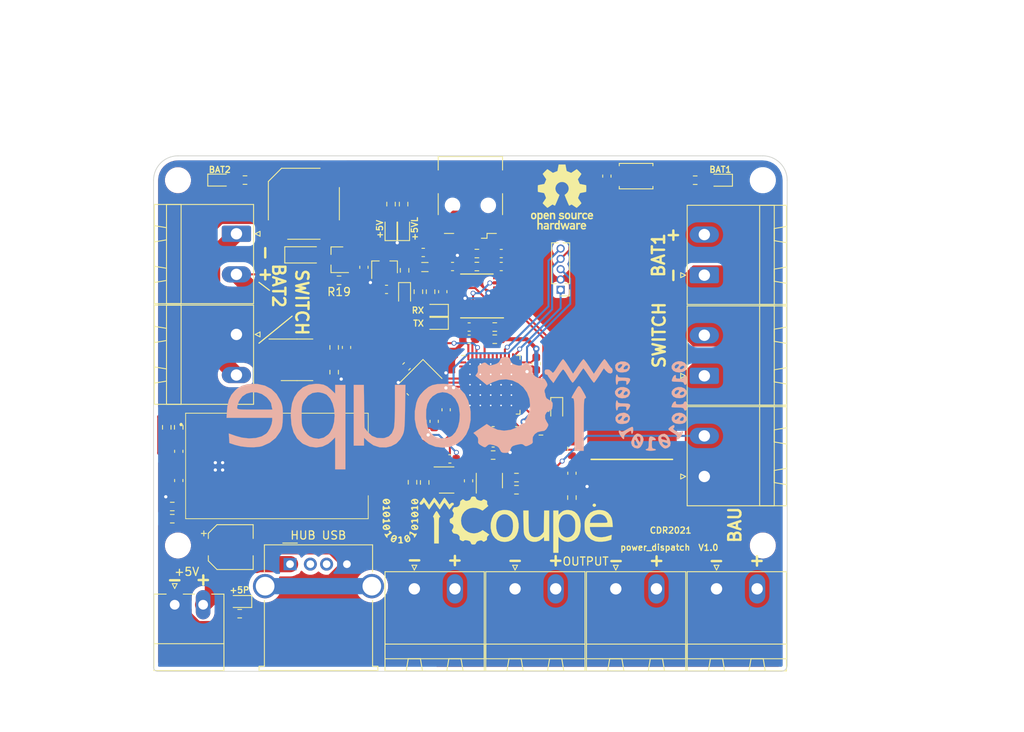
<source format=kicad_pcb>
(kicad_pcb (version 20171130) (host pcbnew 5.1.10-88a1d61d58~88~ubuntu18.04.1)
  (layers (0 F.Cu signal) (31 B.Cu signal) (34 B.Paste user) (35 F.Paste user) (36 B.SilkS user) (37 F.SilkS user) (38 B.Mask user) (39 F.Mask user) (44 Edge.Cuts user))
  (net 0 "")
  (net 1 +3V3)
  (net 2 NRST)
  (net 3 +3.3VA)
  (net 4 "Net-(D1-Pad2)")
  (net 5 "Net-(F1-Pad1)")
  (net 6 VIPOWER)
  (net 7 +12P)
  (net 8 +BATT)
  (net 9 VILOGIC)
  (net 10 +12V)
  (net 11 +12VA)
  (net 12 GNDBATT)
  (net 13 PWRCMD)
  (net 14 "Net-(R8-Pad2)")
  (net 15 BOOT0)
  (net 16 VVLOGIC)
  (net 17 VVPOWER)
  (net 18 SWO)
  (net 19 SWCLK)
  (net 20 SWDIO)
  (net 21 USB_D+)
  (net 22 USB_D-)
  (net 23 HSE_OUT)
  (net 24 HSE_IN)
  (net 25 +5VL)
  (net 26 "Net-(BZ1-Pad2)")
  (net 27 +5VP)
  (net 28 "Net-(D4-Pad1)")
  (net 29 /TRIM)
  (net 30 "Net-(Q1-Pad1)")
  (net 31 BUZZER)
  (net 32 "Net-(R17-Pad2)")
  (net 33 "Net-(D2-Pad2)")
  (net 34 "Net-(D7-Pad1)")
  (net 35 "Net-(D3-Pad1)")
  (net 36 "Net-(D4-Pad2)")
  (net 37 "Net-(IC1-Pad7)")
  (net 38 "Net-(IC1-Pad6)")
  (net 39 "Net-(IC1-Pad1)")
  (net 40 "Net-(J6-Pad6)")
  (net 41 "Net-(J6-Pad4)")
  (net 42 "Net-(R6-Pad2)")
  (net 43 "Net-(R10-Pad1)")
  (net 44 "Net-(J1-Pad1)")
  (net 45 GND)
  (net 46 "Net-(IC2-Pad3)")
  (net 47 "Net-(C8-Pad1)")
  (net 48 "Net-(J15-Pad5)")
  (net 49 "Net-(J15-Pad2)")
  (net 50 "Net-(J15-Pad3)")
  (net 51 "Net-(U2-Pad45)")
  (net 52 "Net-(U2-Pad43)")
  (net 53 "Net-(U2-Pad42)")
  (net 54 "Net-(U2-Pad41)")
  (net 55 "Net-(U2-Pad40)")
  (net 56 "Net-(U2-Pad38)")
  (net 57 "Net-(U2-Pad33)")
  (net 58 "Net-(U2-Pad32)")
  (net 59 "Net-(U2-Pad29)")
  (net 60 "Net-(U2-Pad28)")
  (net 61 "Net-(U2-Pad27)")
  (net 62 "Net-(U2-Pad21)")
  (net 63 "Net-(U2-Pad20)")
  (net 64 "Net-(U2-Pad19)")
  (net 65 "Net-(U2-Pad18)")
  (net 66 "Net-(U2-Pad17)")
  (net 67 "Net-(U2-Pad4)")
  (net 68 "Net-(U2-Pad3)")
  (net 69 "Net-(U2-Pad2)")
  (net 70 "Net-(U2-Pad1)")
  (net 71 +5V)
  (net 72 "Net-(C6-Pad1)")
  (net 73 "Net-(C23-Pad1)")
  (net 74 "Net-(C25-Pad1)")
  (net 75 UART_RX)
  (net 76 UART_TX)
  (net 77 "Net-(U3-Pad6)")
  (net 78 "Net-(U3-Pad2)")
  (net 79 "Net-(D5-Pad2)")
  (net 80 CBUS2)
  (net 81 "Net-(D6-Pad2)")
  (net 82 VCCIO)
  (net 83 CBUS1)
  (net 84 "Net-(U2-Pad12)")
  (net 85 "Net-(U2-Pad11)")
  (net 86 "Net-(U2-Pad10)")
  (net 87 "Net-(D9-Pad2)")
  (net 88 LED0)
  (net 89 "Net-(D10-Pad2)")
  (net 90 "Net-(U3-Pad15)")
  (net 91 "Net-(U3-Pad16)")
  (module Resistor_SMD:R_0603_1608Metric (layer F.Cu) (at 114.8316 81.3316 180)
    (fp_text reference R19 (at 0 -1.43) (layer F.SilkS))
    (fp_text value 470R)
    (pad 2 smd roundrect (at 0.825 0 180) (size 0.8 0.95) (layers F.Cu F.Paste F.Mask) (net 30 "Net-(Q1-Pad1)"))
    (pad 1 smd roundrect (at -0.825 0 180) (size 0.8 0.95) (layers F.Cu F.Paste F.Mask) (net 31 BUZZER))
  )
  (module Resistor_SMD:R_0603_1608Metric (layer F.Cu) (at 131.8 78.035)
    (fp_text reference R16 hide)
    (fp_text value 27R)
    (pad 2 smd roundrect (at 0.825 0) (size 0.8 0.95) (layers F.Cu F.Paste F.Mask) (net 74 "Net-(C25-Pad1)"))
    (pad 1 smd roundrect (at -0.825 0) (size 0.8 0.95) (layers F.Cu F.Paste F.Mask) (net 21 USB_D+))
  )
  (module Resistor_SMD:R_0603_1608Metric (layer F.Cu) (at 131.8 79.635 180)
    (fp_text reference R15 hide)
    (fp_text value 27R)
    (pad 2 smd roundrect (at 0.825 0 180) (size 0.8 0.95) (layers F.Cu F.Paste F.Mask) (net 73 "Net-(C23-Pad1)"))
    (pad 1 smd roundrect (at -0.825 0 180) (size 0.8 0.95) (layers F.Cu F.Paste F.Mask) (net 22 USB_D-))
  )
  (module UTCoupe:logo_UTCoupe_Big (layer B.Cu) (at 129.462 97.6384 180)
    (fp_text reference G*** hide)
    (fp_text value LOGO hide)
  )
  (module Resistor_SMD:R_0603_1608Metric (layer F.Cu) (at 139.6855 99.8736)
    (fp_text reference R21 hide)
    (fp_text value NC)
    (pad 2 smd roundrect (at 0.825 0) (size 0.8 0.95) (layers F.Cu F.Paste F.Mask) (net 13 PWRCMD))
    (pad 1 smd roundrect (at -0.825 0) (size 0.8 0.95) (layers F.Cu F.Paste F.Mask) (net 1 +3V3))
  )
  (module UTCoupe:IPB180N03S4L01 (layer F.Cu) (at 150.8742 97.9686)
    (fp_text reference IC2 hide)
    (fp_text value BTS500251TADATMA2 hide)
    (pad 7 smd rect (at 3.81 9.15) (size 0.8 4.6) (layers F.Cu F.Paste F.Mask) (net 7 +12P))
    (pad 6 smd rect (at 2.54 9.15) (size 0.8 4.6) (layers F.Cu F.Paste F.Mask) (net 7 +12P))
    (pad 5 smd rect (at 1.27 9.15) (size 0.8 4.6) (layers F.Cu F.Paste F.Mask) (net 7 +12P))
    (pad 4 smd rect (at 0 0 90) (size 9.4 10.8) (layers F.Cu F.Paste F.Mask) (net 8 +BATT))
    (pad 3 smd rect (at -1.27 9.15) (size 0.8 4.6) (layers F.Cu F.Paste F.Mask) (net 46 "Net-(IC2-Pad3)"))
    (pad 2 smd rect (at -2.54 9.15) (size 0.8 4.6) (layers F.Cu F.Paste F.Mask) (net 47 "Net-(C8-Pad1)"))
    (pad 1 smd rect (at -3.81 9.15) (size 0.8 4.6) (layers F.Cu F.Paste F.Mask) (net 45 GND))
  )
  (module UTCoupe:SRBH06H1A1G (layer F.Cu) (at 107.1862 104.2043 270)
    (fp_text reference IC1 hide)
    (fp_text value SRBH-06H1A1G hide)
    (pad 7 smd rect (at -5.08 -9.47 270) (size 1.65 2.79) (layers F.Cu F.Paste F.Mask) (net 37 "Net-(IC1-Pad7)"))
    (pad 6 smd rect (at 5.08 -9.47 270) (size 1.65 2.79) (layers F.Cu F.Paste F.Mask) (net 38 "Net-(IC1-Pad6)"))
    (pad 5 smd rect (at 5.08 9.46 270) (size 1.65 2.79) (layers F.Cu F.Paste F.Mask) (net 29 /TRIM))
    (pad 4 smd rect (at 2.54 9.46 270) (size 1.65 2.79) (layers F.Cu F.Paste F.Mask) (net 27 +5VP))
    (pad 3 smd rect (at 0 9.46 270) (size 1.65 2.79) (layers F.Cu F.Paste F.Mask) (net 45 GND))
    (pad 2 smd rect (at -2.54 9.46 270) (size 1.65 2.79) (layers F.Cu F.Paste F.Mask) (net 10 +12V))
    (pad 1 smd rect (at -5.08 9.46 270) (size 1.65 2.79) (layers F.Cu F.Paste F.Mask) (net 39 "Net-(IC1-Pad1)"))
  )
  (module Connector_PinHeader_1.27mm:PinHeader_1x05_P1.27mm_Vertical (layer F.Cu) (at 142.1112 82.5 180)
    (fp_text reference J7 hide)
    (fp_text value Conn_01x05)
    (pad 5 thru_hole oval (at 0 5.08 180) (size 1 1) (drill 0.65) (layers *.Cu *.Mask) (net 18 SWO))
    (pad 4 thru_hole oval (at 0 3.81 180) (size 1 1) (drill 0.65) (layers *.Cu *.Mask) (net 2 NRST))
    (pad 3 thru_hole oval (at 0 2.54 180) (size 1 1) (drill 0.65) (layers *.Cu *.Mask) (net 20 SWDIO))
    (pad 2 thru_hole oval (at 0 1.27 180) (size 1 1) (drill 0.65) (layers *.Cu *.Mask) (net 45 GND))
    (pad 1 thru_hole rect (at 0 0 180) (size 1 1) (drill 0.65) (layers *.Cu *.Mask) (net 19 SWCLK))
  )
  (module Capacitor_SMD:CP_Elec_5x5.4 (layer F.Cu) (at 101.5 114.2)
    (fp_text reference C2 hide)
    (fp_text value 100uF/10V)
    (pad 2 smd roundrect (at 2.2 0) (size 3 1.6) (layers F.Cu F.Paste F.Mask) (roundrect_rratio 0.15625) (net 45 GND))
    (pad 1 smd roundrect (at -2.2 0) (size 3 1.6) (layers F.Cu F.Paste F.Mask) (roundrect_rratio 0.15625) (net 27 +5VP))
  )
  (module UTCoupe:logo_UTCoupe_Medium (layer F.Cu) (at 134.288 111.4052)
    (fp_text reference G*** hide)
    (fp_text value LOGO hide)
  )
  (module Resistor_SMD:R_0603_1608Metric (layer F.Cu) (at 93.6226 99.4418 270)
    (fp_text reference R28 hide)
    (fp_text value 10K)
    (pad 2 smd roundrect (at 0.825 0 270) (size 0.8 0.95) (layers F.Cu F.Paste F.Mask) (net 45 GND))
    (pad 1 smd roundrect (at -0.825 0 270) (size 0.8 0.95) (layers F.Cu F.Paste F.Mask) (net 39 "Net-(IC1-Pad1)"))
  )
  (module Resistor_SMD:R_0603_1608Metric (layer F.Cu) (at 95.0958 99.4418 90)
    (fp_text reference R27 hide)
    (fp_text value 10K)
    (pad 2 smd roundrect (at 0.825 0 90) (size 0.8 0.95) (layers F.Cu F.Paste F.Mask) (net 39 "Net-(IC1-Pad1)"))
    (pad 1 smd roundrect (at -0.825 0 90) (size 0.8 0.95) (layers F.Cu F.Paste F.Mask) (net 10 +12V))
  )
  (module LED_SMD:LED_0603_1608Metric (layer F.Cu) (at 161.7746 69.0016 180)
    (fp_text reference D4 hide)
    (fp_text value red0603)
    (pad 2 smd roundrect (at 0.7875 0 180) (size 0.875 0.95) (layers F.Cu F.Paste F.Mask) (net 36 "Net-(D4-Pad2)"))
    (pad 1 smd roundrect (at -0.7875 0 180) (size 0.875 0.95) (layers F.Cu F.Paste F.Mask) (net 28 "Net-(D4-Pad1)"))
  )
  (module Resistor_SMD:R_0603_1608Metric (layer F.Cu) (at 140.13 97.2574 270)
    (fp_text reference R26 hide)
    (fp_text value 3K3)
    (pad 2 smd roundrect (at 0.825 0 270) (size 0.8 0.95) (layers F.Cu F.Paste F.Mask) (net 89 "Net-(D10-Pad2)"))
    (pad 1 smd roundrect (at -0.825 0 270) (size 0.8 0.95) (layers F.Cu F.Paste F.Mask) (net 88 LED0))
  )
  (module LED_SMD:LED_0603_1608Metric (layer F.Cu) (at 141.6286 97.2574 270)
    (fp_text reference D10 hide)
    (fp_text value green0603)
    (pad 2 smd roundrect (at 0.7875 0 270) (size 0.875 0.95) (layers F.Cu F.Paste F.Mask) (net 89 "Net-(D10-Pad2)"))
    (pad 1 smd roundrect (at -0.7875 0 270) (size 0.875 0.95) (layers F.Cu F.Paste F.Mask) (net 45 GND))
  )
  (module Resistor_SMD:R_0603_1608Metric (layer F.Cu) (at 121.2324 71.9458 270)
    (fp_text reference R24 hide)
    (fp_text value 3K3)
    (pad 2 smd roundrect (at 0.825 0 270) (size 0.8 0.95) (layers F.Cu F.Paste F.Mask) (net 87 "Net-(D9-Pad2)"))
    (pad 1 smd roundrect (at -0.825 0 270) (size 0.8 0.95) (layers F.Cu F.Paste F.Mask) (net 71 +5V))
  )
  (module LED_SMD:LED_0603_1608Metric (layer F.Cu) (at 121.2324 74.9562 90)
    (fp_text reference D9 hide)
    (fp_text value red0603)
    (pad 2 smd roundrect (at 0.7875 0 90) (size 0.875 0.95) (layers F.Cu F.Paste F.Mask) (net 87 "Net-(D9-Pad2)"))
    (pad 1 smd roundrect (at -0.7875 0 90) (size 0.875 0.95) (layers F.Cu F.Paste F.Mask) (net 45 GND))
  )
  (module Package_DFN_QFN:QFN-48-1EP_7x7mm_P0.5mm_EP5.6x5.6mm_ThermalVias (layer F.Cu) (at 133.5 94.2)
    (fp_text reference U2 hide)
    (fp_text value STM32F411CEUx)
    (pad 49 smd rect (at 0 0) (size 5.6 5.6) (layers B.Cu) (net 45 GND))
    (pad 49 thru_hole circle (at 2.55 2.55) (size 0.5 0.5) (drill 0.2) (layers *.Cu) (net 45 GND))
    (pad 49 thru_hole circle (at 1.275 2.55) (size 0.5 0.5) (drill 0.2) (layers *.Cu) (net 45 GND))
    (pad 49 thru_hole circle (at 0 2.55) (size 0.5 0.5) (drill 0.2) (layers *.Cu) (net 45 GND))
    (pad 49 thru_hole circle (at -1.275 2.55) (size 0.5 0.5) (drill 0.2) (layers *.Cu) (net 45 GND))
    (pad 49 thru_hole circle (at -2.55 2.55) (size 0.5 0.5) (drill 0.2) (layers *.Cu) (net 45 GND))
    (pad 49 thru_hole circle (at 2.55 1.275) (size 0.5 0.5) (drill 0.2) (layers *.Cu) (net 45 GND))
    (pad 49 thru_hole circle (at 1.275 1.275) (size 0.5 0.5) (drill 0.2) (layers *.Cu) (net 45 GND))
    (pad 49 thru_hole circle (at 0 1.275) (size 0.5 0.5) (drill 0.2) (layers *.Cu) (net 45 GND))
    (pad 49 thru_hole circle (at -1.275 1.275) (size 0.5 0.5) (drill 0.2) (layers *.Cu) (net 45 GND))
    (pad 49 thru_hole circle (at -2.55 1.275) (size 0.5 0.5) (drill 0.2) (layers *.Cu) (net 45 GND))
    (pad 49 thru_hole circle (at 2.55 0) (size 0.5 0.5) (drill 0.2) (layers *.Cu) (net 45 GND))
    (pad 49 thru_hole circle (at 1.275 0) (size 0.5 0.5) (drill 0.2) (layers *.Cu) (net 45 GND))
    (pad 49 thru_hole circle (at 0 0) (size 0.5 0.5) (drill 0.2) (layers *.Cu) (net 45 GND))
    (pad 49 thru_hole circle (at -1.275 0) (size 0.5 0.5) (drill 0.2) (layers *.Cu) (net 45 GND))
    (pad 49 thru_hole circle (at -2.55 0) (size 0.5 0.5) (drill 0.2) (layers *.Cu) (net 45 GND))
    (pad 49 thru_hole circle (at 2.55 -1.275) (size 0.5 0.5) (drill 0.2) (layers *.Cu) (net 45 GND))
    (pad 49 thru_hole circle (at 1.275 -1.275) (size 0.5 0.5) (drill 0.2) (layers *.Cu) (net 45 GND))
    (pad 49 thru_hole circle (at 0 -1.275) (size 0.5 0.5) (drill 0.2) (layers *.Cu) (net 45 GND))
    (pad 49 thru_hole circle (at -1.275 -1.275) (size 0.5 0.5) (drill 0.2) (layers *.Cu) (net 45 GND))
    (pad 49 thru_hole circle (at -2.55 -1.275) (size 0.5 0.5) (drill 0.2) (layers *.Cu) (net 45 GND))
    (pad 49 thru_hole circle (at 2.55 -2.55) (size 0.5 0.5) (drill 0.2) (layers *.Cu) (net 45 GND))
    (pad 49 thru_hole circle (at 1.275 -2.55) (size 0.5 0.5) (drill 0.2) (layers *.Cu) (net 45 GND))
    (pad 49 thru_hole circle (at 0 -2.55) (size 0.5 0.5) (drill 0.2) (layers *.Cu) (net 45 GND))
    (pad 49 thru_hole circle (at -1.275 -2.55) (size 0.5 0.5) (drill 0.2) (layers *.Cu) (net 45 GND))
    (pad 49 thru_hole circle (at -2.55 -2.55) (size 0.5 0.5) (drill 0.2) (layers *.Cu) (net 45 GND))
    (pad 49 smd rect (at 0 0) (size 5.6 5.6) (layers F.Cu F.Mask) (net 45 GND))
    (pad 48 smd roundrect (at -2.75 -3.4375) (size 0.25 0.875) (layers F.Cu F.Paste F.Mask) (net 1 +3V3))
    (pad 47 smd roundrect (at -2.25 -3.4375) (size 0.25 0.875) (layers F.Cu F.Paste F.Mask) (net 45 GND))
    (pad 46 smd roundrect (at -1.75 -3.4375) (size 0.25 0.875) (layers F.Cu F.Paste F.Mask) (net 31 BUZZER))
    (pad 45 smd roundrect (at -1.25 -3.4375) (size 0.25 0.875) (layers F.Cu F.Paste F.Mask) (net 51 "Net-(U2-Pad45)"))
    (pad 44 smd roundrect (at -0.75 -3.4375) (size 0.25 0.875) (layers F.Cu F.Paste F.Mask) (net 15 BOOT0))
    (pad 43 smd roundrect (at -0.25 -3.4375) (size 0.25 0.875) (layers F.Cu F.Paste F.Mask) (net 52 "Net-(U2-Pad43)"))
    (pad 42 smd roundrect (at 0.25 -3.4375) (size 0.25 0.875) (layers F.Cu F.Paste F.Mask) (net 53 "Net-(U2-Pad42)"))
    (pad 41 smd roundrect (at 0.75 -3.4375) (size 0.25 0.875) (layers F.Cu F.Paste F.Mask) (net 54 "Net-(U2-Pad41)"))
    (pad 40 smd roundrect (at 1.25 -3.4375) (size 0.25 0.875) (layers F.Cu F.Paste F.Mask) (net 55 "Net-(U2-Pad40)"))
    (pad 39 smd roundrect (at 1.75 -3.4375) (size 0.25 0.875) (layers F.Cu F.Paste F.Mask) (net 18 SWO))
    (pad 38 smd roundrect (at 2.25 -3.4375) (size 0.25 0.875) (layers F.Cu F.Paste F.Mask) (net 56 "Net-(U2-Pad38)"))
    (pad 37 smd roundrect (at 2.75 -3.4375) (size 0.25 0.875) (layers F.Cu F.Paste F.Mask) (net 19 SWCLK))
    (pad 36 smd roundrect (at 3.4375 -2.75) (size 0.875 0.25) (layers F.Cu F.Paste F.Mask) (net 1 +3V3))
    (pad 35 smd roundrect (at 3.4375 -2.25) (size 0.875 0.25) (layers F.Cu F.Paste F.Mask) (net 45 GND))
    (pad 34 smd roundrect (at 3.4375 -1.75) (size 0.875 0.25) (layers F.Cu F.Paste F.Mask) (net 20 SWDIO))
    (pad 33 smd roundrect (at 3.4375 -1.25) (size 0.875 0.25) (layers F.Cu F.Paste F.Mask) (net 57 "Net-(U2-Pad33)"))
    (pad 32 smd roundrect (at 3.4375 -0.75) (size 0.875 0.25) (layers F.Cu F.Paste F.Mask) (net 58 "Net-(U2-Pad32)"))
    (pad 31 smd roundrect (at 3.4375 -0.25) (size 0.875 0.25) (layers F.Cu F.Paste F.Mask) (net 75 UART_RX))
    (pad 30 smd roundrect (at 3.4375 0.25) (size 0.875 0.25) (layers F.Cu F.Paste F.Mask) (net 76 UART_TX))
    (pad 29 smd roundrect (at 3.4375 0.75) (size 0.875 0.25) (layers F.Cu F.Paste F.Mask) (net 59 "Net-(U2-Pad29)"))
    (pad 28 smd roundrect (at 3.4375 1.25) (size 0.875 0.25) (layers F.Cu F.Paste F.Mask) (net 60 "Net-(U2-Pad28)"))
    (pad 27 smd roundrect (at 3.4375 1.75) (size 0.875 0.25) (layers F.Cu F.Paste F.Mask) (net 61 "Net-(U2-Pad27)"))
    (pad 26 smd roundrect (at 3.4375 2.25) (size 0.875 0.25) (layers F.Cu F.Paste F.Mask) (net 88 LED0))
    (pad 25 smd roundrect (at 3.4375 2.75) (size 0.875 0.25) (layers F.Cu F.Paste F.Mask) (net 13 PWRCMD))
    (pad 24 smd roundrect (at 2.75 3.4375) (size 0.25 0.875) (layers F.Cu F.Paste F.Mask) (net 1 +3V3))
    (pad 23 smd roundrect (at 2.25 3.4375) (size 0.25 0.875) (layers F.Cu F.Paste F.Mask) (net 45 GND))
    (pad 22 smd roundrect (at 1.75 3.4375) (size 0.25 0.875) (layers F.Cu F.Paste F.Mask) (net 72 "Net-(C6-Pad1)"))
    (pad 21 smd roundrect (at 1.25 3.4375) (size 0.25 0.875) (layers F.Cu F.Paste F.Mask) (net 62 "Net-(U2-Pad21)"))
    (pad 20 smd roundrect (at 0.75 3.4375) (size 0.25 0.875) (layers F.Cu F.Paste F.Mask) (net 63 "Net-(U2-Pad20)"))
    (pad 19 smd roundrect (at 0.25 3.4375) (size 0.25 0.875) (layers F.Cu F.Paste F.Mask) (net 64 "Net-(U2-Pad19)"))
    (pad 18 smd roundrect (at -0.25 3.4375) (size 0.25 0.875) (layers F.Cu F.Paste F.Mask) (net 65 "Net-(U2-Pad18)"))
    (pad 17 smd roundrect (at -0.75 3.4375) (size 0.25 0.875) (layers F.Cu F.Paste F.Mask) (net 66 "Net-(U2-Pad17)"))
    (pad 16 smd roundrect (at -1.25 3.4375) (size 0.25 0.875) (layers F.Cu F.Paste F.Mask) (net 6 VIPOWER))
    (pad 15 smd roundrect (at -1.75 3.4375) (size 0.25 0.875) (layers F.Cu F.Paste F.Mask) (net 17 VVPOWER))
    (pad 14 smd roundrect (at -2.25 3.4375) (size 0.25 0.875) (layers F.Cu F.Paste F.Mask) (net 16 VVLOGIC))
    (pad 13 smd roundrect (at -2.75 3.4375) (size 0.25 0.875) (layers F.Cu F.Paste F.Mask) (net 9 VILOGIC))
    (pad 12 smd roundrect (at -3.4375 2.75) (size 0.875 0.25) (layers F.Cu F.Paste F.Mask) (net 84 "Net-(U2-Pad12)"))
    (pad 11 smd roundrect (at -3.4375 2.25) (size 0.875 0.25) (layers F.Cu F.Paste F.Mask) (net 85 "Net-(U2-Pad11)"))
    (pad 10 smd roundrect (at -3.4375 1.75) (size 0.875 0.25) (layers F.Cu F.Paste F.Mask) (net 86 "Net-(U2-Pad10)"))
    (pad 9 smd roundrect (at -3.4375 1.25) (size 0.875 0.25) (layers F.Cu F.Paste F.Mask) (net 3 +3.3VA))
    (pad 8 smd roundrect (at -3.4375 0.75) (size 0.875 0.25) (layers F.Cu F.Paste F.Mask) (net 45 GND))
    (pad 7 smd roundrect (at -3.4375 0.25) (size 0.875 0.25) (layers F.Cu F.Paste F.Mask) (net 2 NRST))
    (pad 6 smd roundrect (at -3.4375 -0.25) (size 0.875 0.25) (layers F.Cu F.Paste F.Mask) (net 23 HSE_OUT))
    (pad 5 smd roundrect (at -3.4375 -0.75) (size 0.875 0.25) (layers F.Cu F.Paste F.Mask) (net 24 HSE_IN))
    (pad 4 smd roundrect (at -3.4375 -1.25) (size 0.875 0.25) (layers F.Cu F.Paste F.Mask) (net 67 "Net-(U2-Pad4)"))
    (pad 3 smd roundrect (at -3.4375 -1.75) (size 0.875 0.25) (layers F.Cu F.Paste F.Mask) (net 68 "Net-(U2-Pad3)"))
    (pad 2 smd roundrect (at -3.4375 -2.25) (size 0.875 0.25) (layers F.Cu F.Paste F.Mask) (net 69 "Net-(U2-Pad2)"))
    (pad 1 smd roundrect (at -3.4375 -2.75) (size 0.875 0.25) (layers F.Cu F.Paste F.Mask) (net 70 "Net-(U2-Pad1)"))
  )
  (module Fuse:Fuse_0603_1608Metric (layer F.Cu) (at 125.1948 77.9026)
    (fp_text reference F1 hide)
    (fp_text value 100mA)
    (pad 2 smd roundrect (at 0.7875 0) (size 0.875 0.95) (layers F.Cu F.Paste F.Mask) (net 25 +5VL))
    (pad 1 smd roundrect (at -0.7875 0) (size 0.875 0.95) (layers F.Cu F.Paste F.Mask) (net 5 "Net-(F1-Pad1)"))
  )
  (module Inductor_SMD:L_0603_1608Metric (layer F.Cu) (at 125.0424 98.7306 270)
    (fp_text reference L1 hide)
    (fp_text value 39nH)
    (pad 1 smd roundrect (at -0.7875 0 270) (size 0.875 0.95) (layers F.Cu F.Paste F.Mask) (net 1 +3V3))
    (pad 2 smd roundrect (at 0.7875 0 270) (size 0.875 0.95) (layers F.Cu F.Paste F.Mask) (net 3 +3.3VA))
  )
  (module Symbol:OSHW-Logo_7.5x8mm_SilkScreen (layer F.Cu) (at 142.2763 71.07)
    (fp_text reference LOGO1 hide)
    (fp_text value Logo_Open_Hardware_Large hide)
  )
  (module Capacitor_SMD:C_0603_1608Metric (layer F.Cu) (at 128.0142 97.2828 270)
    (fp_text reference C17 hide)
    (fp_text value 100nF)
    (pad 2 smd roundrect (at 0.775 0 270) (size 0.9 0.95) (layers F.Cu F.Paste F.Mask) (net 3 +3.3VA))
    (pad 1 smd roundrect (at -0.775 0 270) (size 0.9 0.95) (layers F.Cu F.Paste F.Mask) (net 45 GND))
  )
  (module Capacitor_SMD:C_0603_1608Metric (layer F.Cu) (at 95.1 106 90)
    (fp_text reference C26 hide)
    (fp_text value 100nF)
    (pad 2 smd roundrect (at 0.775 0 90) (size 0.9 0.95) (layers F.Cu F.Paste F.Mask) (net 45 GND))
    (pad 1 smd roundrect (at -0.775 0 90) (size 0.9 0.95) (layers F.Cu F.Paste F.Mask) (net 27 +5VP))
  )
  (module Resistor_SMD:R_0603_1608Metric (layer F.Cu) (at 126.1 82.735 90)
    (fp_text reference R22 hide)
    (fp_text value 270R)
    (pad 1 smd roundrect (at -0.825 0 90) (size 0.8 0.95) (layers F.Cu F.Paste F.Mask) (net 79 "Net-(D5-Pad2)"))
    (pad 2 smd roundrect (at 0.825 0 90) (size 0.8 0.95) (layers F.Cu F.Paste F.Mask) (net 82 VCCIO))
  )
  (module Capacitor_SMD:C_0603_1608Metric (layer F.Cu) (at 134.8 79.635)
    (fp_text reference C25 hide)
    (fp_text value 47pF)
    (pad 1 smd roundrect (at -0.775 0) (size 0.9 0.95) (layers F.Cu F.Paste F.Mask) (net 74 "Net-(C25-Pad1)"))
    (pad 2 smd roundrect (at 0.775 0) (size 0.9 0.95) (layers F.Cu F.Paste F.Mask) (net 45 GND))
  )
  (module Resistor_SMD:R_0603_1608Metric (layer F.Cu) (at 124.6 82.735 90)
    (fp_text reference R23 hide)
    (fp_text value 270R)
    (pad 1 smd roundrect (at -0.825 0 90) (size 0.8 0.95) (layers F.Cu F.Paste F.Mask) (net 81 "Net-(D6-Pad2)"))
    (pad 2 smd roundrect (at 0.825 0 90) (size 0.8 0.95) (layers F.Cu F.Paste F.Mask) (net 82 VCCIO))
  )
  (module LED_SMD:LED_0603_1608Metric (layer F.Cu) (at 126.8 86.635 180)
    (fp_text reference D6 hide)
    (fp_text value blue0603)
    (pad 1 smd roundrect (at -0.7875 0 180) (size 0.875 0.95) (layers F.Cu F.Paste F.Mask) (net 80 CBUS2))
    (pad 2 smd roundrect (at 0.7875 0 180) (size 0.875 0.95) (layers F.Cu F.Paste F.Mask) (net 81 "Net-(D6-Pad2)"))
  )
  (module LED_SMD:LED_0603_1608Metric (layer F.Cu) (at 126.8 85.035 180)
    (fp_text reference D5 hide)
    (fp_text value blue0603)
    (pad 1 smd roundrect (at -0.7875 0 180) (size 0.875 0.95) (layers F.Cu F.Paste F.Mask) (net 83 CBUS1))
    (pad 2 smd roundrect (at 0.7875 0 180) (size 0.875 0.95) (layers F.Cu F.Paste F.Mask) (net 79 "Net-(D5-Pad2)"))
  )
  (module Package_SO:SSOP-16_3.9x4.9mm_P0.635mm (layer F.Cu) (at 131.8 83.235 180)
    (fp_text reference U3 hide)
    (fp_text value FT230XS)
    (pad 1 smd rect (at -2.6 -2.2225 180) (size 1.2 0.4) (layers F.Cu F.Paste F.Mask) (net 75 UART_RX))
    (pad 2 smd rect (at -2.6 -1.5875 180) (size 1.2 0.4) (layers F.Cu F.Paste F.Mask) (net 78 "Net-(U3-Pad2)"))
    (pad 3 smd rect (at -2.6 -0.9525 180) (size 1.2 0.4) (layers F.Cu F.Paste F.Mask) (net 82 VCCIO))
    (pad 4 smd rect (at -2.6 -0.3175 180) (size 1.2 0.4) (layers F.Cu F.Paste F.Mask) (net 76 UART_TX))
    (pad 5 smd rect (at -2.6 0.3175 180) (size 1.2 0.4) (layers F.Cu F.Paste F.Mask) (net 45 GND))
    (pad 6 smd rect (at -2.6 0.9525 180) (size 1.2 0.4) (layers F.Cu F.Paste F.Mask) (net 77 "Net-(U3-Pad6)"))
    (pad 7 smd rect (at -2.6 1.5875 180) (size 1.2 0.4) (layers F.Cu F.Paste F.Mask) (net 80 CBUS2))
    (pad 8 smd rect (at -2.6 2.2225 180) (size 1.2 0.4) (layers F.Cu F.Paste F.Mask) (net 74 "Net-(C25-Pad1)"))
    (pad 9 smd rect (at 2.6 2.2225 180) (size 1.2 0.4) (layers F.Cu F.Paste F.Mask) (net 73 "Net-(C23-Pad1)"))
    (pad 10 smd rect (at 2.6 1.5875 180) (size 1.2 0.4) (layers F.Cu F.Paste F.Mask) (net 82 VCCIO))
    (pad 11 smd rect (at 2.6 0.9525 180) (size 1.2 0.4) (layers F.Cu F.Paste F.Mask) (net 82 VCCIO))
    (pad 12 smd rect (at 2.6 0.3175 180) (size 1.2 0.4) (layers F.Cu F.Paste F.Mask) (net 71 +5V))
    (pad 13 smd rect (at 2.6 -0.3175 180) (size 1.2 0.4) (layers F.Cu F.Paste F.Mask) (net 45 GND))
    (pad 14 smd rect (at 2.6 -0.9525 180) (size 1.2 0.4) (layers F.Cu F.Paste F.Mask) (net 83 CBUS1))
    (pad 15 smd rect (at 2.6 -1.5875 180) (size 1.2 0.4) (layers F.Cu F.Paste F.Mask) (net 90 "Net-(U3-Pad15)"))
    (pad 16 smd rect (at 2.6 -2.2225 180) (size 1.2 0.4) (layers F.Cu F.Paste F.Mask) (net 91 "Net-(U3-Pad16)"))
  )
  (module Capacitor_SMD:C_0603_1608Metric (layer F.Cu) (at 128.8 79.635 180)
    (fp_text reference C23 hide)
    (fp_text value 47pF)
    (pad 1 smd roundrect (at -0.775 0 180) (size 0.9 0.95) (layers F.Cu F.Paste F.Mask) (net 73 "Net-(C23-Pad1)"))
    (pad 2 smd roundrect (at 0.775 0 180) (size 0.9 0.95) (layers F.Cu F.Paste F.Mask) (net 45 GND))
  )
  (module Capacitor_SMD:C_0603_1608Metric (layer F.Cu) (at 127.6 82.735 270)
    (fp_text reference C24 hide)
    (fp_text value 100nF)
    (pad 1 smd roundrect (at -0.775 0 270) (size 0.9 0.95) (layers F.Cu F.Paste F.Mask) (net 71 +5V))
    (pad 2 smd roundrect (at 0.775 0 270) (size 0.9 0.95) (layers F.Cu F.Paste F.Mask) (net 45 GND))
  )
  (module Capacitor_SMD:C_0603_1608Metric (layer F.Cu) (at 133.8 99.862 180)
    (fp_text reference C6 hide)
    (fp_text value 4u7)
    (pad 2 smd roundrect (at 0.775 0 180) (size 0.9 0.95) (layers F.Cu F.Paste F.Mask) (net 45 GND))
    (pad 1 smd roundrect (at -0.775 0 180) (size 0.9 0.95) (layers F.Cu F.Paste F.Mask) (net 72 "Net-(C6-Pad1)"))
  )
  (module Capacitor_SMD:C_0603_1608Metric (layer F.Cu) (at 130.8492 87.0904 180)
    (fp_text reference C12 hide)
    (fp_text value 4u7)
    (pad 2 smd roundrect (at 0.775 0 180) (size 0.9 0.95) (layers F.Cu F.Paste F.Mask) (net 1 +3V3))
    (pad 1 smd roundrect (at -0.775 0 180) (size 0.9 0.95) (layers F.Cu F.Paste F.Mask) (net 45 GND))
  )
  (module Button_Switch_SMD:SW_Push_SPST_NO_Alps_SKRK (layer F.Cu) (at 151.4 68.4968)
    (fp_text reference SW1 hide)
    (fp_text value SKRKAEE020)
    (pad 1 smd roundrect (at -2.1 0) (size 0.8 2) (layers F.Cu F.Paste F.Mask) (net 2 NRST))
    (pad 2 smd roundrect (at 2.1 0) (size 0.8 2) (layers F.Cu F.Paste F.Mask) (net 45 GND))
  )
  (module Capacitor_SMD:C_0603_1608Metric (layer F.Cu) (at 139.1096 91.6 90)
    (fp_text reference C22 hide)
    (fp_text value 100nF)
    (pad 2 smd roundrect (at 0.775 0 90) (size 0.9 0.95) (layers F.Cu F.Paste F.Mask) (net 1 +3V3))
    (pad 1 smd roundrect (at -0.775 0 90) (size 0.9 0.95) (layers F.Cu F.Paste F.Mask) (net 45 GND))
  )
  (module Connector_USB:USB_A_Molex_67643_Horizontal (layer F.Cu) (at 108.8 116.3)
    (fp_text reference J15 hide)
    (fp_text value USB_A)
    (pad 4 thru_hole circle (at 7 0) (size 1.6 1.6) (drill 0.95) (layers *.Cu *.Mask) (net 45 GND))
    (pad 3 thru_hole circle (at 4.5 0) (size 1.6 1.6) (drill 0.95) (layers *.Cu *.Mask) (net 50 "Net-(J15-Pad3)"))
    (pad 2 thru_hole circle (at 2.5 0) (size 1.6 1.6) (drill 0.95) (layers *.Cu *.Mask) (net 49 "Net-(J15-Pad2)"))
    (pad 1 thru_hole rect (at 0 0) (size 1.6 1.5) (drill 0.95) (layers *.Cu *.Mask) (net 27 +5VP))
    (pad 5 thru_hole circle (at 10.07 2.71) (size 3 3) (drill 2.3) (layers *.Cu *.Mask) (net 48 "Net-(J15-Pad5)"))
    (pad 5 thru_hole circle (at -3.07 2.71) (size 3 3) (drill 2.3) (layers *.Cu *.Mask) (net 48 "Net-(J15-Pad5)"))
  )
  (module Buzzer_Beeper:MagneticBuzzer_Kobitone_254-EMB84Q-RO (layer F.Cu) (at 110.5 71.9 90)
    (fp_text reference BZ1 hide)
    (fp_text value MLT-8530)
    (pad 1 smd rect (at -3.7 -3.7) (size 2.195 2.195) (layers F.Cu F.Paste F.Mask) (net 27 +5VP))
    (pad 2 smd rect (at -3.7 3.7) (size 2.195 2.195) (layers F.Cu F.Paste F.Mask) (net 26 "Net-(BZ1-Pad2)"))
    (pad 3 smd rect (at 3.7 3.7) (size 2.195 2.195) (layers F.Cu F.Paste F.Mask))
  )
  (module Diode_SMD:D_SOD-123 (layer F.Cu) (at 110.4 78.2)
    (fp_text reference D8 hide)
    (fp_text value 1N4148W)
    (pad 2 smd rect (at 1.65 0) (size 0.9 1.2) (layers F.Cu F.Paste F.Mask) (net 26 "Net-(BZ1-Pad2)"))
    (pad 1 smd rect (at -1.65 0) (size 0.9 1.2) (layers F.Cu F.Paste F.Mask) (net 27 +5VP))
  )
  (module Resistor_SMD:R_0603_1608Metric (layer F.Cu) (at 94.3 109.2)
    (fp_text reference R11 hide)
    (fp_text value 1K)
    (pad 2 smd roundrect (at 0.825 0) (size 0.8 0.95) (layers F.Cu F.Paste F.Mask) (net 43 "Net-(R10-Pad1)"))
    (pad 1 smd roundrect (at -0.825 0) (size 0.8 0.95) (layers F.Cu F.Paste F.Mask) (net 45 GND))
  )
  (module Connector_USB:USB_Mini-B_Wuerth_65100516121_Horizontal (layer F.Cu) (at 131 72.1 180)
    (fp_text reference J6 hide)
    (fp_text value USB_B_Mini)
    (pad "" np_thru_hole circle (at 2.2 0 180) (size 0.9 0.9) (drill 0.9) (layers *.Cu *.Mask))
    (pad "" np_thru_hole circle (at -2.2 0 180) (size 0.9 0.9) (drill 0.9) (layers *.Cu *.Mask))
    (pad 5 smd rect (at 1.6 -2.6 180) (size 0.5 2.5) (layers F.Cu F.Paste F.Mask) (net 45 GND))
    (pad 4 smd rect (at 0.8 -2.6 180) (size 0.5 2.5) (layers F.Cu F.Paste F.Mask) (net 41 "Net-(J6-Pad4)"))
    (pad 3 smd rect (at 0 -2.6 180) (size 0.5 2.5) (layers F.Cu F.Paste F.Mask) (net 21 USB_D+))
    (pad 2 smd rect (at -0.8 -2.6 180) (size 0.5 2.5) (layers F.Cu F.Paste F.Mask) (net 22 USB_D-))
    (pad 1 smd rect (at -1.6 -2.6 180) (size 0.5 2.5) (layers F.Cu F.Paste F.Mask) (net 25 +5VL))
    (pad 6 smd rect (at 4.4 -2.6 180) (size 2 2.5) (layers F.Cu F.Paste F.Mask) (net 40 "Net-(J6-Pad6)"))
    (pad 6 smd rect (at -4.4 -2.6 180) (size 2 2.5) (layers F.Cu F.Paste F.Mask) (net 40 "Net-(J6-Pad6)"))
    (pad 6 smd rect (at 4.4 2.9 180) (size 2 2.5) (layers F.Cu F.Paste F.Mask) (net 40 "Net-(J6-Pad6)"))
    (pad 6 smd rect (at -4.4 2.9 180) (size 2 2.5) (layers F.Cu F.Paste F.Mask) (net 40 "Net-(J6-Pad6)"))
  )
  (module Package_TO_SOT_SMD:SOT-23 (layer F.Cu) (at 114.6 78.8 180)
    (fp_text reference Q1 hide)
    (fp_text value 2N7002E)
    (pad 3 smd rect (at 1 0 180) (size 0.9 0.8) (layers F.Cu F.Paste F.Mask) (net 26 "Net-(BZ1-Pad2)"))
    (pad 2 smd rect (at -1 0.95 180) (size 0.9 0.8) (layers F.Cu F.Paste F.Mask) (net 45 GND))
    (pad 1 smd rect (at -1 -0.95 180) (size 0.9 0.8) (layers F.Cu F.Paste F.Mask) (net 30 "Net-(Q1-Pad1)"))
  )
  (module Resistor_SMD:R_0603_1608Metric (layer F.Cu) (at 122.9 80.1 90)
    (fp_text reference R14 hide)
    (fp_text value 3K3)
    (pad 2 smd roundrect (at 0.825 0 90) (size 0.8 0.95) (layers F.Cu F.Paste F.Mask) (net 45 GND))
    (pad 1 smd roundrect (at -0.825 0 90) (size 0.8 0.95) (layers F.Cu F.Paste F.Mask) (net 34 "Net-(D7-Pad1)"))
  )
  (module Capacitor_SMD:C_0603_1608Metric (layer F.Cu) (at 147.8 68.4968 270)
    (fp_text reference C15 hide)
    (fp_text value 100nF)
    (pad 2 smd roundrect (at 0.775 0 270) (size 0.9 0.95) (layers F.Cu F.Paste F.Mask) (net 45 GND))
    (pad 1 smd roundrect (at -0.775 0 270) (size 0.9 0.95) (layers F.Cu F.Paste F.Mask) (net 2 NRST))
  )
  (module Package_TO_SOT_SMD:SOT-23-5 (layer F.Cu) (at 128.0746 105.935)
    (fp_text reference U1 hide)
    (fp_text value MCP6L01x-xOT)
    (pad 5 smd rect (at 1.1 -0.95) (size 1.06 0.65) (layers F.Cu F.Paste F.Mask) (net 3 +3.3VA))
    (pad 4 smd rect (at 1.1 0.95) (size 1.06 0.65) (layers F.Cu F.Paste F.Mask) (net 16 VVLOGIC))
    (pad 3 smd rect (at -1.1 0.95) (size 1.06 0.65) (layers F.Cu F.Paste F.Mask) (net 42 "Net-(R6-Pad2)"))
    (pad 2 smd rect (at -1.1 0) (size 1.06 0.65) (layers F.Cu F.Paste F.Mask) (net 45 GND))
    (pad 1 smd rect (at -1.1 -0.95) (size 1.06 0.65) (layers F.Cu F.Paste F.Mask) (net 16 VVLOGIC))
  )
  (module Resistor_SMD:R_0603_1608Metric (layer F.Cu) (at 123.8746 106.21 270)
    (fp_text reference R6 hide)
    (fp_text value 10K)
    (pad 2 smd roundrect (at 0.825 0 270) (size 0.8 0.95) (layers F.Cu F.Paste F.Mask) (net 42 "Net-(R6-Pad2)"))
    (pad 1 smd roundrect (at -0.825 0 270) (size 0.8 0.95) (layers F.Cu F.Paste F.Mask) (net 11 +12VA))
  )
  (module Capacitor_SMD:C_0603_1608Metric (layer F.Cu) (at 128.4746 103.335 180)
    (fp_text reference C4 hide)
    (fp_text value 100nF)
    (pad 2 smd roundrect (at 0.775 0 180) (size 0.9 0.95) (layers F.Cu F.Paste F.Mask) (net 45 GND))
    (pad 1 smd roundrect (at -0.775 0 180) (size 0.9 0.95) (layers F.Cu F.Paste F.Mask) (net 3 +3.3VA))
  )
  (module Resistor_SMD:R_0603_1608Metric (layer F.Cu) (at 125.3746 106.235 90)
    (fp_text reference R7 hide)
    (fp_text value 1K5)
    (pad 2 smd roundrect (at 0.825 0 90) (size 0.8 0.95) (layers F.Cu F.Paste F.Mask) (net 45 GND))
    (pad 1 smd roundrect (at -0.825 0 90) (size 0.8 0.95) (layers F.Cu F.Paste F.Mask) (net 42 "Net-(R6-Pad2)"))
  )
  (module Resistor_SMD:R_0603_1608Metric (layer F.Cu) (at 133.8 102.862 180)
    (fp_text reference R2 hide)
    (fp_text value 4K7)
    (pad 2 smd roundrect (at 0.825 0 180) (size 0.8 0.95) (layers F.Cu F.Paste F.Mask) (net 6 VIPOWER))
    (pad 1 smd roundrect (at -0.825 0 180) (size 0.8 0.95) (layers F.Cu F.Paste F.Mask) (net 46 "Net-(IC2-Pad3)"))
  )
  (module Capacitor_SMD:C_0603_1608Metric (layer F.Cu) (at 133.8 101.362)
    (fp_text reference C19 hide)
    (fp_text value 10nF)
    (pad 2 smd roundrect (at 0.775 0) (size 0.9 0.95) (layers F.Cu F.Paste F.Mask) (net 45 GND))
    (pad 1 smd roundrect (at -0.775 0) (size 0.9 0.95) (layers F.Cu F.Paste F.Mask) (net 6 VIPOWER))
  )
  (module Capacitor_SMD:C_0603_1608Metric (layer F.Cu) (at 143.5 105.1 270)
    (fp_text reference C8 hide)
    (fp_text value 220nF)
    (pad 2 smd roundrect (at 0.775 0 270) (size 0.9 0.95) (layers F.Cu F.Paste F.Mask) (net 45 GND))
    (pad 1 smd roundrect (at -0.775 0 270) (size 0.9 0.95) (layers F.Cu F.Paste F.Mask) (net 47 "Net-(C8-Pad1)"))
  )
  (module Capacitor_SMD:C_0603_1608Metric (layer F.Cu) (at 134.8 78.035)
    (fp_text reference C3 hide)
    (fp_text value 4u7)
    (pad 1 smd roundrect (at -0.775 0) (size 0.9 0.95) (layers F.Cu F.Paste F.Mask) (net 25 +5VL))
    (pad 2 smd roundrect (at 0.775 0) (size 0.9 0.95) (layers F.Cu F.Paste F.Mask) (net 45 GND))
  )
  (module Package_TO_SOT_SMD:SOT-23-5 (layer F.Cu) (at 133.3366 106.003 90)
    (fp_text reference U8 hide)
    (fp_text value MCP6L01x-xOT)
    (pad 5 smd rect (at 1.1 -0.95 90) (size 1.06 0.65) (layers F.Cu F.Paste F.Mask) (net 3 +3.3VA))
    (pad 4 smd rect (at 1.1 0.95 90) (size 1.06 0.65) (layers F.Cu F.Paste F.Mask) (net 17 VVPOWER))
    (pad 3 smd rect (at -1.1 0.95 90) (size 1.06 0.65) (layers F.Cu F.Paste F.Mask) (net 14 "Net-(R8-Pad2)"))
    (pad 2 smd rect (at -1.1 0 90) (size 1.06 0.65) (layers F.Cu F.Paste F.Mask) (net 45 GND))
    (pad 1 smd rect (at -1.1 -0.95 90) (size 1.06 0.65) (layers F.Cu F.Paste F.Mask) (net 17 VVPOWER))
  )
  (module Capacitor_SMD:C_0603_1608Metric (layer F.Cu) (at 130.7746 106.035 270)
    (fp_text reference C18 hide)
    (fp_text value 100nF)
    (pad 2 smd roundrect (at 0.775 0 270) (size 0.9 0.95) (layers F.Cu F.Paste F.Mask) (net 45 GND))
    (pad 1 smd roundrect (at -0.775 0 270) (size 0.9 0.95) (layers F.Cu F.Paste F.Mask) (net 3 +3.3VA))
  )
  (module Inductor_SMD:L_0805_2012Metric (layer F.Cu) (at 125.4 79.7)
    (fp_text reference FB1 hide)
    (fp_text value "100 @ 100MHz")
    (pad 2 smd roundrect (at 1.0625 0) (size 0.875 1.2) (layers F.Cu F.Paste F.Mask) (net 5 "Net-(F1-Pad1)"))
    (pad 1 smd roundrect (at -1.0625 0) (size 0.875 1.2) (layers F.Cu F.Paste F.Mask) (net 71 +5V))
  )
  (module MountingHole:MountingHole_2.2mm_M2 (layer F.Cu) (at 95 114)
    (fp_text reference H4 hide)
    (fp_text value MountingHole)
    (pad 1 np_thru_hole circle (at 0 0) (size 2.2 2.2) (drill 2.2) (layers *.Cu *.Mask))
  )
  (module MountingHole:MountingHole_2.2mm_M2 (layer F.Cu) (at 95 69)
    (fp_text reference H3 hide)
    (fp_text value MountingHole)
    (pad 1 np_thru_hole circle (at 0 0) (size 2.2 2.2) (drill 2.2) (layers *.Cu *.Mask))
  )
  (module MountingHole:MountingHole_2.2mm_M2 (layer F.Cu) (at 167 114)
    (fp_text reference H2 hide)
    (fp_text value MountingHole)
    (pad 1 np_thru_hole circle (at 0 0) (size 2.2 2.2) (drill 2.2) (layers *.Cu *.Mask))
  )
  (module MountingHole:MountingHole_2.2mm_M2 (layer F.Cu) (at 167 69)
    (fp_text reference H1 hide)
    (fp_text value MountingHole)
    (pad 1 np_thru_hole circle (at 0 0) (size 2.2 2.2) (drill 2.2) (layers *.Cu *.Mask))
  )
  (module Package_SO:SOIC-8_3.9x4.9mm_P1.27mm (layer F.Cu) (at 109.656 91.127)
    (fp_text reference U4 hide)
    (fp_text value ACS722xLCTR-10AB)
    (pad 8 smd roundrect (at 2.475 -1.905) (size 1.95 0.6) (layers F.Cu F.Paste F.Mask) (net 3 +3.3VA))
    (pad 7 smd roundrect (at 2.475 -0.635) (size 1.95 0.6) (layers F.Cu F.Paste F.Mask) (net 9 VILOGIC))
    (pad 6 smd roundrect (at 2.475 0.635) (size 1.95 0.6) (layers F.Cu F.Paste F.Mask) (net 32 "Net-(R17-Pad2)"))
    (pad 5 smd roundrect (at 2.475 1.905) (size 1.95 0.6) (layers F.Cu F.Paste F.Mask) (net 45 GND))
    (pad 4 smd roundrect (at -2.475 1.905) (size 1.95 0.6) (layers F.Cu F.Paste F.Mask) (net 10 +12V))
    (pad 3 smd roundrect (at -2.475 0.635) (size 1.95 0.6) (layers F.Cu F.Paste F.Mask) (net 10 +12V))
    (pad 2 smd roundrect (at -2.475 -0.635) (size 1.95 0.6) (layers F.Cu F.Paste F.Mask) (net 11 +12VA))
    (pad 1 smd roundrect (at -2.475 -1.905) (size 1.95 0.6) (layers F.Cu F.Paste F.Mask) (net 11 +12VA))
  )
  (module Resistor_SMD:R_0603_1608Metric (layer F.Cu) (at 114.228 92.651 270)
    (fp_text reference R18 hide)
    (fp_text value 0R)
    (pad 2 smd roundrect (at 0.825 0 270) (size 0.8 0.95) (layers F.Cu F.Paste F.Mask) (net 45 GND))
    (pad 1 smd roundrect (at -0.825 0 270) (size 0.8 0.95) (layers F.Cu F.Paste F.Mask) (net 32 "Net-(R17-Pad2)"))
  )
  (module Resistor_SMD:R_0603_1608Metric (layer F.Cu) (at 114.228 89.603 270)
    (fp_text reference R17 hide)
    (fp_text value NC)
    (pad 2 smd roundrect (at 0.825 0 270) (size 0.8 0.95) (layers F.Cu F.Paste F.Mask) (net 32 "Net-(R17-Pad2)"))
    (pad 1 smd roundrect (at -0.825 0 270) (size 0.8 0.95) (layers F.Cu F.Paste F.Mask) (net 3 +3.3VA))
  )
  (module Capacitor_SMD:C_0603_1608Metric (layer F.Cu) (at 115.752 89.603 270)
    (fp_text reference C9 hide)
    (fp_text value 100nF)
    (pad 2 smd roundrect (at 0.775 0 270) (size 0.9 0.95) (layers F.Cu F.Paste F.Mask) (net 45 GND))
    (pad 1 smd roundrect (at -0.775 0 270) (size 0.9 0.95) (layers F.Cu F.Paste F.Mask) (net 3 +3.3VA))
  )
  (module Package_TO_SOT_SMD:SOT-23 (layer F.Cu) (at 120.433 79.712 90)
    (fp_text reference U5 hide)
    (fp_text value XC6206P332MR)
    (pad 3 smd rect (at 1 0 90) (size 0.9 0.8) (layers F.Cu F.Paste F.Mask) (net 71 +5V))
    (pad 2 smd rect (at -1 0.95 90) (size 0.9 0.8) (layers F.Cu F.Paste F.Mask) (net 1 +3V3))
    (pad 1 smd rect (at -1 -0.95 90) (size 0.9 0.8) (layers F.Cu F.Paste F.Mask) (net 45 GND))
  )
  (module Connector_Phoenix_MC:PhoenixContact_MC_1,5_2-G-3.5_1x02_P3.50mm_Horizontal (layer F.Cu) (at 94.6 121.3)
    (fp_text reference J13 hide)
    (fp_text value Conn_01x02)
    (pad 2 thru_hole oval (at 3.5 0) (size 1.8 3.6) (drill 1.2) (layers *.Cu *.Mask) (net 27 +5VP))
    (pad 1 thru_hole roundrect (at 0 0) (size 1.8 3.6) (drill 1.2) (layers *.Cu *.Mask) (roundrect_rratio 0.1388888888888889) (net 45 GND))
  )
  (module Connector_Phoenix_MSTB:PhoenixContact_MSTBA_2,5_2-G_1x02_P5.00mm_Horizontal (layer F.Cu) (at 159.8 80.7 90)
    (fp_text reference J3 hide)
    (fp_text value Conn_01x02)
    (pad 2 thru_hole oval (at 5 0 90) (size 2 3.6) (drill 1.4) (layers *.Cu *.Mask) (net 8 +BATT))
    (pad 1 thru_hole roundrect (at 0 0 90) (size 2 3.6) (drill 1.4) (layers *.Cu *.Mask) (roundrect_rratio 0.125) (net 12 GNDBATT))
  )
  (module Connector_Phoenix_MSTB:PhoenixContact_MSTBA_2,5_2-G_1x02_P5.00mm_Horizontal (layer F.Cu) (at 161.3 119.34)
    (fp_text reference J11 hide)
    (fp_text value Conn_01x02)
    (pad 2 thru_hole oval (at 5 0) (size 2 3.6) (drill 1.4) (layers *.Cu *.Mask) (net 7 +12P))
    (pad 1 thru_hole roundrect (at 0 0) (size 2 3.6) (drill 1.4) (layers *.Cu *.Mask) (roundrect_rratio 0.125) (net 45 GND))
  )
  (module Connector_Phoenix_MSTB:PhoenixContact_MSTBA_2,5_2-G_1x02_P5.00mm_Horizontal (layer F.Cu) (at 148.9 119.34)
    (fp_text reference J10 hide)
    (fp_text value Conn_01x02)
    (pad 2 thru_hole oval (at 5 0) (size 2 3.6) (drill 1.4) (layers *.Cu *.Mask) (net 7 +12P))
    (pad 1 thru_hole roundrect (at 0 0) (size 2 3.6) (drill 1.4) (layers *.Cu *.Mask) (roundrect_rratio 0.125) (net 45 GND))
  )
  (module Capacitor_SMD:C_0603_1608Metric (layer F.Cu) (at 120.676 82.452 180)
    (fp_text reference C7 hide)
    (fp_text value 10uF)
    (pad 2 smd roundrect (at 0.775 0 180) (size 0.9 0.95) (layers F.Cu F.Paste F.Mask) (net 45 GND))
    (pad 1 smd roundrect (at -0.775 0 180) (size 0.9 0.95) (layers F.Cu F.Paste F.Mask) (net 1 +3V3))
  )
  (module Capacitor_SMD:C_0603_1608Metric (layer F.Cu) (at 117.893 79.725 270)
    (fp_text reference C5 hide)
    (fp_text value 10uF)
    (pad 2 smd roundrect (at 0.775 0 270) (size 0.9 0.95) (layers F.Cu F.Paste F.Mask) (net 45 GND))
    (pad 1 smd roundrect (at -0.775 0 270) (size 0.9 0.95) (layers F.Cu F.Paste F.Mask) (net 71 +5V))
  )
  (module LED_SMD:LED_0603_1608Metric (layer F.Cu) (at 122.9 83.1 270)
    (fp_text reference D7 hide)
    (fp_text value red0603)
    (pad 2 smd roundrect (at 0.7875 0 270) (size 0.875 0.95) (layers F.Cu F.Paste F.Mask) (net 1 +3V3))
    (pad 1 smd roundrect (at -0.7875 0 270) (size 0.875 0.95) (layers F.Cu F.Paste F.Mask) (net 34 "Net-(D7-Pad1)"))
  )
  (module Capacitor_SMD:C_0603_1608Metric (layer F.Cu) (at 122.928008 95.744008 135)
    (fp_text reference C11 hide)
    (fp_text value 12pF)
    (pad 2 smd roundrect (at 0.775 0 135) (size 0.9 0.95) (layers F.Cu F.Paste F.Mask) (net 45 GND))
    (pad 1 smd roundrect (at -0.775 0 135) (size 0.9 0.95) (layers F.Cu F.Paste F.Mask) (net 23 HSE_OUT))
  )
  (module Resistor_SMD:R_0603_1608Metric (layer F.Cu) (at 122.7776 71.9492 270)
    (fp_text reference R1 hide)
    (fp_text value 3K3)
    (pad 2 smd roundrect (at 0.825 0 270) (size 0.8 0.95) (layers F.Cu F.Paste F.Mask) (net 4 "Net-(D1-Pad2)"))
    (pad 1 smd roundrect (at -0.825 0 270) (size 0.8 0.95) (layers F.Cu F.Paste F.Mask) (net 25 +5VL))
  )
  (module LED_SMD:LED_0603_1608Metric (layer F.Cu) (at 122.7776 74.9492 90)
    (fp_text reference D1 hide)
    (fp_text value red0603)
    (pad 2 smd roundrect (at 0.7875 0 90) (size 0.875 0.95) (layers F.Cu F.Paste F.Mask) (net 4 "Net-(D1-Pad2)"))
    (pad 1 smd roundrect (at -0.7875 0 90) (size 0.875 0.95) (layers F.Cu F.Paste F.Mask) (net 45 GND))
  )
  (module Resistor_SMD:R_0603_1608Metric (layer F.Cu) (at 134.0016 87.0904)
    (fp_text reference R25 hide)
    (fp_text value 10K)
    (pad 2 smd roundrect (at 0.825 0) (size 0.8 0.95) (layers F.Cu F.Paste F.Mask) (net 15 BOOT0))
    (pad 1 smd roundrect (at -0.825 0) (size 0.8 0.95) (layers F.Cu F.Paste F.Mask) (net 45 GND))
  )
  (module Resistor_SMD:R_0603_1608Metric (layer F.Cu) (at 134.0016 88.5904)
    (fp_text reference R20 hide)
    (fp_text value NC)
    (pad 2 smd roundrect (at 0.825 0) (size 0.8 0.95) (layers F.Cu F.Paste F.Mask) (net 1 +3V3))
    (pad 1 smd roundrect (at -0.825 0) (size 0.8 0.95) (layers F.Cu F.Paste F.Mask) (net 15 BOOT0))
  )
  (module Crystal:Crystal_SMD_3225-4Pin_3.2x2.5mm (layer F.Cu) (at 124.92 93.672 225)
    (fp_text reference Y1 hide)
    (fp_text value "1C208000BC0K 8MHz")
    (pad 4 smd rect (at -1.1 -0.85 225) (size 1.4 1.2) (layers F.Cu F.Paste F.Mask) (net 45 GND))
    (pad 3 smd rect (at 1.1 -0.85 225) (size 1.4 1.2) (layers F.Cu F.Paste F.Mask) (net 23 HSE_OUT))
    (pad 2 smd rect (at 1.1 0.85 225) (size 1.4 1.2) (layers F.Cu F.Paste F.Mask) (net 45 GND))
    (pad 1 smd rect (at -1.1 0.85 225) (size 1.4 1.2) (layers F.Cu F.Paste F.Mask) (net 24 HSE_IN))
  )
  (module Resistor_SMD:R_0603_1608Metric (layer F.Cu) (at 158.6746 69.0016)
    (fp_text reference R5 hide)
    (fp_text value 10K)
    (pad 2 smd roundrect (at 0.825 0) (size 0.8 0.95) (layers F.Cu F.Paste F.Mask) (net 36 "Net-(D4-Pad2)"))
    (pad 1 smd roundrect (at -0.825 0) (size 0.8 0.95) (layers F.Cu F.Paste F.Mask) (net 8 +BATT))
  )
  (module Resistor_SMD:R_0603_1608Metric (layer F.Cu) (at 103.2556 68.9856 180)
    (fp_text reference R3 hide)
    (fp_text value 10K)
    (pad 2 smd roundrect (at 0.825 0 180) (size 0.8 0.95) (layers F.Cu F.Paste F.Mask) (net 33 "Net-(D2-Pad2)"))
    (pad 1 smd roundrect (at -0.825 0 180) (size 0.8 0.95) (layers F.Cu F.Paste F.Mask) (net 11 +12VA))
  )
  (module Resistor_SMD:R_0603_1608Metric (layer F.Cu) (at 143.5 108.1 270)
    (fp_text reference R13 hide)
    (fp_text value 1K)
    (pad 2 smd roundrect (at 0.825 0 270) (size 0.8 0.95) (layers F.Cu F.Paste F.Mask) (net 46 "Net-(IC2-Pad3)"))
    (pad 1 smd roundrect (at -0.825 0 270) (size 0.8 0.95) (layers F.Cu F.Paste F.Mask) (net 45 GND))
  )
  (module Resistor_SMD:R_0603_1608Metric (layer F.Cu) (at 143.5 102.1 90)
    (fp_text reference R12 hide)
    (fp_text value 4K7)
    (pad 2 smd roundrect (at 0.825 0 90) (size 0.8 0.95) (layers F.Cu F.Paste F.Mask) (net 13 PWRCMD))
    (pad 1 smd roundrect (at -0.825 0 90) (size 0.8 0.95) (layers F.Cu F.Paste F.Mask) (net 47 "Net-(C8-Pad1)"))
  )
  (module Resistor_SMD:R_0603_1608Metric (layer F.Cu) (at 94.3 110.7)
    (fp_text reference R10 hide)
    (fp_text value 3K3)
    (pad 2 smd roundrect (at 0.825 0) (size 0.8 0.95) (layers F.Cu F.Paste F.Mask) (net 29 /TRIM))
    (pad 1 smd roundrect (at -0.825 0) (size 0.8 0.95) (layers F.Cu F.Paste F.Mask) (net 43 "Net-(R10-Pad1)"))
  )
  (module Resistor_SMD:R_0603_1608Metric (layer F.Cu) (at 102.6 122.4)
    (fp_text reference R4 hide)
    (fp_text value 2K2)
    (pad 2 smd roundrect (at 0.825 0) (size 0.8 0.95) (layers F.Cu F.Paste F.Mask) (net 35 "Net-(D3-Pad1)"))
    (pad 1 smd roundrect (at -0.825 0) (size 0.8 0.95) (layers F.Cu F.Paste F.Mask) (net 45 GND))
  )
  (module Resistor_SMD:R_0603_1608Metric (layer F.Cu) (at 136.6746 107.135)
    (fp_text reference R9 hide)
    (fp_text value 1K5)
    (pad 2 smd roundrect (at 0.825 0) (size 0.8 0.95) (layers F.Cu F.Paste F.Mask) (net 28 "Net-(D4-Pad1)"))
    (pad 1 smd roundrect (at -0.825 0) (size 0.8 0.95) (layers F.Cu F.Paste F.Mask) (net 14 "Net-(R8-Pad2)"))
  )
  (module Resistor_SMD:R_0603_1608Metric (layer F.Cu) (at 136.6746 105.635 180)
    (fp_text reference R8 hide)
    (fp_text value 10K)
    (pad 2 smd roundrect (at 0.825 0 180) (size 0.8 0.95) (layers F.Cu F.Paste F.Mask) (net 14 "Net-(R8-Pad2)"))
    (pad 1 smd roundrect (at -0.825 0 180) (size 0.8 0.95) (layers F.Cu F.Paste F.Mask) (net 8 +BATT))
  )
  (module Connector_Phoenix_MSTB:PhoenixContact_MSTBA_2,5_2-G_1x02_P5.00mm_Horizontal (layer F.Cu) (at 159.8 105.5 90)
    (fp_text reference J5 hide)
    (fp_text value Conn_01x02)
    (pad 2 thru_hole oval (at 5 0 90) (size 2 3.6) (drill 1.4) (layers *.Cu *.Mask) (net 28 "Net-(D4-Pad1)"))
    (pad 1 thru_hole roundrect (at 0 0 90) (size 2 3.6) (drill 1.4) (layers *.Cu *.Mask) (roundrect_rratio 0.125) (net 45 GND))
  )
  (module Connector_Phoenix_MSTB:PhoenixContact_MSTBA_2,5_2-G_1x02_P5.00mm_Horizontal (layer F.Cu) (at 124.1 119.34)
    (fp_text reference J8 hide)
    (fp_text value Conn_01x02)
    (pad 2 thru_hole oval (at 5 0) (size 2 3.6) (drill 1.4) (layers *.Cu *.Mask) (net 7 +12P))
    (pad 1 thru_hole roundrect (at 0 0) (size 2 3.6) (drill 1.4) (layers *.Cu *.Mask) (roundrect_rratio 0.125) (net 45 GND))
  )
  (module Connector_Phoenix_MSTB:PhoenixContact_MSTBA_2,5_2-G_1x02_P5.00mm_Horizontal (layer F.Cu) (at 136.5 119.34)
    (fp_text reference J9 hide)
    (fp_text value Conn_01x02)
    (pad 2 thru_hole oval (at 5 0) (size 2 3.6) (drill 1.4) (layers *.Cu *.Mask) (net 7 +12P))
    (pad 1 thru_hole roundrect (at 0 0) (size 2 3.6) (drill 1.4) (layers *.Cu *.Mask) (roundrect_rratio 0.125) (net 45 GND))
  )
  (module Connector_Phoenix_MSTB:PhoenixContact_MSTBA_2,5_2-G_1x02_P5.00mm_Horizontal (layer F.Cu) (at 102.2 88 270)
    (fp_text reference J2 hide)
    (fp_text value Conn_01x02)
    (pad 2 thru_hole oval (at 5 0 270) (size 2 3.6) (drill 1.4) (layers *.Cu *.Mask) (net 44 "Net-(J1-Pad1)"))
    (pad 1 thru_hole roundrect (at 0 0 270) (size 2 3.6) (drill 1.4) (layers *.Cu *.Mask) (roundrect_rratio 0.125) (net 45 GND))
  )
  (module Connector_Phoenix_MSTB:PhoenixContact_MSTBA_2,5_2-G_1x02_P5.00mm_Horizontal (layer F.Cu) (at 102.2 75.6 270)
    (fp_text reference J1 hide)
    (fp_text value Conn_01x02)
    (pad 2 thru_hole oval (at 5 0 270) (size 2 3.6) (drill 1.4) (layers *.Cu *.Mask) (net 11 +12VA))
    (pad 1 thru_hole roundrect (at 0 0 270) (size 2 3.6) (drill 1.4) (layers *.Cu *.Mask) (roundrect_rratio 0.125) (net 44 "Net-(J1-Pad1)"))
  )
  (module Connector_Phoenix_MSTB:PhoenixContact_MSTBA_2,5_2-G_1x02_P5.00mm_Horizontal (layer F.Cu) (at 159.8 93.1 90)
    (fp_text reference J4 hide)
    (fp_text value Conn_01x02)
    (pad 2 thru_hole oval (at 5 0 90) (size 2 3.6) (drill 1.4) (layers *.Cu *.Mask) (net 12 GNDBATT))
    (pad 1 thru_hole roundrect (at 0 0 90) (size 2 3.6) (drill 1.4) (layers *.Cu *.Mask) (roundrect_rratio 0.125) (net 28 "Net-(D4-Pad1)"))
  )
  (module LED_SMD:LED_0603_1608Metric (layer F.Cu) (at 100.1556 68.9856)
    (fp_text reference D2 hide)
    (fp_text value red0603)
    (pad 2 smd roundrect (at 0.7875 0) (size 0.875 0.95) (layers F.Cu F.Paste F.Mask) (net 33 "Net-(D2-Pad2)"))
    (pad 1 smd roundrect (at -0.7875 0) (size 0.875 0.95) (layers F.Cu F.Paste F.Mask) (net 45 GND))
  )
  (module LED_SMD:LED_0603_1608Metric (layer F.Cu) (at 102.6 120.9 180)
    (fp_text reference D3 hide)
    (fp_text value red0603)
    (pad 2 smd roundrect (at 0.7875 0 180) (size 0.875 0.95) (layers F.Cu F.Paste F.Mask) (net 27 +5VP))
    (pad 1 smd roundrect (at -0.7875 0 180) (size 0.875 0.95) (layers F.Cu F.Paste F.Mask) (net 35 "Net-(D3-Pad1)"))
  )
  (module Capacitor_SMD:C_0603_1608Metric (layer F.Cu) (at 123.142 91.934008 45)
    (fp_text reference C10 hide)
    (fp_text value 12pF)
    (pad 2 smd roundrect (at 0.775 0 45) (size 0.9 0.95) (layers F.Cu F.Paste F.Mask) (net 24 HSE_IN))
    (pad 1 smd roundrect (at -0.775 0 45) (size 0.9 0.95) (layers F.Cu F.Paste F.Mask) (net 45 GND))
  )
  (module Capacitor_SMD:C_0603_1608Metric (layer F.Cu) (at 95.1 102.4 270)
    (fp_text reference C1 hide)
    (fp_text value 100nF)
    (pad 2 smd roundrect (at 0.775 0 270) (size 0.9 0.95) (layers F.Cu F.Paste F.Mask) (net 45 GND))
    (pad 1 smd roundrect (at -0.775 0 270) (size 0.9 0.95) (layers F.Cu F.Paste F.Mask) (net 10 +12V))
  )
  (module Capacitor_SMD:C_0603_1608Metric (layer F.Cu) (at 126.541 98.7052 270)
    (fp_text reference C16 hide)
    (fp_text value 1u)
    (pad 2 smd roundrect (at 0.775 0 270) (size 0.9 0.95) (layers F.Cu F.Paste F.Mask) (net 3 +3.3VA))
    (pad 1 smd roundrect (at -0.775 0 270) (size 0.9 0.95) (layers F.Cu F.Paste F.Mask) (net 45 GND))
  )
  (module Capacitor_SMD:C_0603_1608Metric (layer F.Cu) (at 130.8492 88.5904 180)
    (fp_text reference C14 hide)
    (fp_text value 100nF)
    (pad 2 smd roundrect (at 0.775 0 180) (size 0.9 0.95) (layers F.Cu F.Paste F.Mask) (net 1 +3V3))
    (pad 1 smd roundrect (at -0.775 0 180) (size 0.9 0.95) (layers F.Cu F.Paste F.Mask) (net 45 GND))
  )
  (module Capacitor_SMD:C_0603_1608Metric (layer F.Cu) (at 136.7 99.862)
    (fp_text reference C13 hide)
    (fp_text value 100nF)
    (pad 2 smd roundrect (at 0.775 0) (size 0.9 0.95) (layers F.Cu F.Paste F.Mask) (net 1 +3V3))
    (pad 1 smd roundrect (at -0.775 0) (size 0.9 0.95) (layers F.Cu F.Paste F.Mask) (net 45 GND))
  )
  (gr_text "HUB USB" (at 112.2789 112.7514) (layer F.SilkS) (effects (font (size 1 1))))
  (gr_text +5V (at 96.0864 117.2345) (layer F.SilkS) (effects (font (size 1 1))))
  (gr_text OUTPUT (at 145.1846 115.9645) (layer F.SilkS) (effects (font (size 1 1))))
  (gr_text + (at 98.1184 118.1489) (layer F.SilkS) (effects (font (size 1.5 1.5) (thickness 0.3))))
  (gr_text - (at 94.6005 118.3902 180) (layer F.SilkS) (effects (font (size 1.5 1.5) (thickness 0.3))))
  (gr_text + (at 166.2793 115.7994) (layer F.SilkS) (effects (font (size 1.5 1.5) (thickness 0.3))))
  (gr_text - (at 161.2882 116.028 180) (layer F.SilkS) (effects (font (size 1.5 1.5) (thickness 0.3))))
  (gr_text + (at 153.9222 115.7994) (layer F.SilkS) (effects (font (size 1.5 1.5) (thickness 0.3))))
  (gr_text - (at 148.9311 116.028 180) (layer F.SilkS) (effects (font (size 1.5 1.5) (thickness 0.3))))
  (gr_text + (at 141.5016 115.774) (layer F.SilkS) (effects (font (size 1.5 1.5) (thickness 0.3))))
  (gr_text - (at 136.5105 116.0026 180) (layer F.SilkS) (effects (font (size 1.5 1.5) (thickness 0.3))))
  (gr_text + (at 129.0937 115.7486) (layer F.SilkS) (effects (font (size 1.5 1.5) (thickness 0.3))))
  (gr_text - (at 124.128 115.9391 180) (layer F.SilkS) (effects (font (size 1.5 1.5) (thickness 0.3))))
  (gr_line (start 106.2718 82.5635) (end 104.9764 81.5856) (layer F.SilkS) (width 0.15))
  (gr_line (start 109.0531 85.7512) (end 104.9764 89.0786) (layer F.SilkS) (width 0.15))
  (gr_text + (at 105.8527 80.6458 270) (layer F.SilkS) (effects (font (size 1.5 1.5) (thickness 0.3))))
  (gr_text - (at 105.6368 77.9407 90) (layer F.SilkS) (effects (font (size 1.5 1.5) (thickness 0.3))))
  (gr_text - (at 156.0939 80.722 270) (layer F.SilkS) (effects (font (size 1.5 1.5) (thickness 0.3))))
  (gr_text + (at 155.878 75.769 90) (layer F.SilkS) (effects (font (size 1.5 1.5) (thickness 0.3))))
  (gr_text BAU (at 163.5615 111.4687 90) (layer F.SilkS) (effects (font (size 1.5 1.5) (thickness 0.3))))
  (gr_text SWITCH (at 154.2397 88.088 90) (layer F.SilkS) (effects (font (size 1.5 1.5) (thickness 0.3))))
  (gr_text SWITCH (at 110.2469 84.0494 -90) (layer F.SilkS) (effects (font (size 1.5 1.5) (thickness 0.3))))
  (gr_text BAT1 (at 154.1635 78.2455 90) (layer F.SilkS) (effects (font (size 1.5 1.5) (thickness 0.3))))
  (gr_text BAT2 (at 107.4021 81.992 270) (layer F.SilkS) (effects (font (size 1.5 1.5) (thickness 0.3))))
  (gr_text TX (at 124.6106 86.6402) (layer F.SilkS) (effects (font (size 0.75 0.75))))
  (gr_text RX (at 124.5344 85.04) (layer F.SilkS) (effects (font (size 0.75 0.75))))
  (gr_text +5VL (at 124.1407 74.9943 90) (layer F.SilkS) (effects (font (size 0.75 0.75))))
  (gr_text +5V (at 119.8481 75.0451 90) (layer F.SilkS) (effects (font (size 0.75 0.75))))
  (gr_text +5P (at 102.5634 119.4951) (layer F.SilkS) (effects (font (size 0.75 0.75))))
  (gr_text V1.0 (at 160.2976 114.2627) (layer F.SilkS) (effects (font (size 0.75 0.75))))
  (gr_text power_dispatch (at 153.7571 114.2373) (layer F.SilkS) (effects (font (size 0.75 0.75))))
  (gr_text CDR2021 (at 155.6494 112.1418) (layer F.SilkS) (effects (font (size 0.75 0.75))))
  (gr_text BAT1 (at 161.7708 67.6918) (layer F.SilkS) (effects (font (size 0.75 0.75))))
  (gr_text BAT2 (at 100.1504 67.7045) (layer F.SilkS) (effects (font (size 0.75 0.75))))
  (gr_arc (start 92.5 129) (end 92 129) (angle -90) (layer Edge.Cuts) (width 0.1))
  (gr_arc (start 169.25 128.75) (end 169.25 129.5) (angle -90) (layer Edge.Cuts) (width 0.1))
  (gr_arc (start 167 69) (end 170 69) (angle -90) (layer Edge.Cuts) (width 0.1))
  (gr_arc (start 95 69) (end 95 66) (angle -90) (layer Edge.Cuts) (width 0.1))
  (gr_line (start 167 66) (end 95 66) (layer Edge.Cuts) (width 0.1))
  (gr_line (start 92 69) (end 92 129) (layer Edge.Cuts) (width 0.1))
  (gr_line (start 170 128.75) (end 170 69) (layer Edge.Cuts) (width 0.1))
  (gr_line (start 92.5 129.5) (end 169.25 129.5) (layer Edge.Cuts) (width 0.1))
  (segment (start 121.383 80.712) (end 121.59 80.919) (width 0.25) (layer F.Cu) (net 1))
  (segment (start 121.451 80.78) (end 121.383 80.712) (width 0.5) (layer F.Cu) (net 1))
  (segment (start 121.451 82.452) (end 121.451 80.78) (width 0.5) (layer F.Cu) (net 1))
  (segment (start 121.4645 82.452) (end 122.9 83.8875) (width 0.5) (layer F.Cu) (net 1))
  (segment (start 121.451 82.452) (end 121.4645 82.452) (width 0.5) (layer F.Cu) (net 1))
  (segment (start 130.0742 88.5904) (end 130.0742 87.0904) (width 0.5) (layer F.Cu) (net 1))
  (segment (start 130.067798 87.083998) (end 130.0742 87.0904) (width 0.5) (layer F.Cu) (net 1))
  (segment (start 130.0742 87.1456) (end 130.0742 87.0904) (width 0.5) (layer F.Cu) (net 1))
  (segment (start 138.4846 91.45) (end 139.1096 90.825) (width 0.25) (layer F.Cu) (net 1))
  (segment (start 136.9375 91.45) (end 138.4846 91.45) (width 0.25) (layer F.Cu) (net 1))
  (segment (start 130.75 89.2662) (end 130.0742 88.5904) (width 0.25) (layer F.Cu) (net 1))
  (segment (start 130.75 90.7625) (end 130.75 89.2662) (width 0.25) (layer F.Cu) (net 1))
  (segment (start 136.25 98.637) (end 137.475 99.862) (width 0.25) (layer F.Cu) (net 1))
  (segment (start 136.25 97.6375) (end 136.25 98.637) (width 0.25) (layer F.Cu) (net 1))
  (segment (start 130.0742 87.0904) (end 130.99921 86.16539) (width 0.5) (layer F.Cu) (net 1))
  (segment (start 130.99921 86.16539) (end 135.295844 86.16539) (width 0.5) (layer F.Cu) (net 1))
  (segment (start 135.295844 86.16539) (end 135.67661 86.546156) (width 0.5) (layer F.Cu) (net 1))
  (segment (start 135.67661 86.546156) (end 135.67661 87.74039) (width 0.5) (layer F.Cu) (net 1))
  (segment (start 135.67661 87.74039) (end 134.8266 88.5904) (width 0.5) (layer F.Cu) (net 1))
  (segment (start 129.60459 87.56001) (end 130.0742 87.0904) (width 0.5) (layer F.Cu) (net 1))
  (segment (start 125.516738 87.56001) (end 129.60459 87.56001) (width 0.5) (layer F.Cu) (net 1))
  (segment (start 122.9 84.943272) (end 125.516738 87.56001) (width 0.5) (layer F.Cu) (net 1))
  (segment (start 122.9 83.8875) (end 122.9 84.943272) (width 0.5) (layer F.Cu) (net 1))
  (segment (start 129.2482 89.8914) (end 123.240034 89.8914) (width 0.5) (layer F.Cu) (net 1))
  (segment (start 123.240034 89.8914) (end 121.369114 91.76232) (width 0.5) (layer F.Cu) (net 1))
  (segment (start 122.9556 97.9431) (end 125.0424 97.9431) (width 0.5) (layer F.Cu) (net 1))
  (segment (start 121.369114 91.76232) (end 121.369114 96.356614) (width 0.5) (layer F.Cu) (net 1))
  (segment (start 121.369114 96.356614) (end 122.9556 97.9431) (width 0.5) (layer F.Cu) (net 1))
  (segment (start 130.0742 88.5904) (end 130.0742 89.0654) (width 0.5) (layer F.Cu) (net 1))
  (segment (start 130.0742 89.0654) (end 129.2482 89.8914) (width 0.5) (layer F.Cu) (net 1))
  (via (at 137.564598 98.756) (size 0.8) (drill 0.4) (layers F.Cu B.Cu) (net 1))
  (segment (start 137.564598 99.772402) (end 137.475 99.862) (width 0.5) (layer F.Cu) (net 1))
  (segment (start 137.564598 98.756) (end 137.564598 99.772402) (width 0.5) (layer F.Cu) (net 1))
  (via (at 139.114 89.7644) (size 0.8) (drill 0.4) (layers F.Cu B.Cu) (net 1))
  (segment (start 137.564598 98.756) (end 139.114 97.206598) (width 0.5) (layer B.Cu) (net 1))
  (segment (start 139.114 97.206598) (end 139.114 89.7644) (width 0.5) (layer B.Cu) (net 1))
  (segment (start 134.8266 88.5904) (end 137.94 88.5904) (width 0.5) (layer F.Cu) (net 1))
  (segment (start 137.94 88.5904) (end 139.114 89.7644) (width 0.5) (layer F.Cu) (net 1))
  (segment (start 139.114 90.8206) (end 139.1096 90.825) (width 0.5) (layer F.Cu) (net 1))
  (segment (start 139.114 89.7644) (end 139.114 90.8206) (width 0.5) (layer F.Cu) (net 1))
  (segment (start 138.8489 99.862) (end 138.8605 99.8736) (width 0.25) (layer F.Cu) (net 1))
  (segment (start 137.475 99.862) (end 138.8489 99.862) (width 0.25) (layer F.Cu) (net 1))
  (segment (start 148.525 67.7218) (end 149.3 68.4968) (width 0.25) (layer F.Cu) (net 2))
  (segment (start 147.8 67.7218) (end 148.525 67.7218) (width 0.25) (layer F.Cu) (net 2))
  (via (at 128.9286 94.563) (size 0.6) (drill 0.4) (layers F.Cu B.Cu) (net 2))
  (segment (start 130.0625 94.45) (end 129.0416 94.45) (width 0.25) (layer F.Cu) (net 2))
  (segment (start 129.0416 94.45) (end 128.9286 94.563) (width 0.25) (layer F.Cu) (net 2))
  (segment (start 143.185189 77.616011) (end 142.1112 78.69) (width 0.25) (layer F.Cu) (net 2))
  (segment (start 143.185189 71.164411) (end 143.185189 77.616011) (width 0.25) (layer F.Cu) (net 2))
  (segment (start 147.8 67.7218) (end 146.6278 67.7218) (width 0.25) (layer F.Cu) (net 2))
  (segment (start 146.6278 67.7218) (end 143.185189 71.164411) (width 0.25) (layer F.Cu) (net 2))
  (segment (start 141.062611 79.738589) (end 142.1112 78.69) (width 0.25) (layer B.Cu) (net 2))
  (segment (start 130.767399 90.313201) (end 135.67101 90.313201) (width 0.25) (layer B.Cu) (net 2))
  (segment (start 141.062611 84.9216) (end 141.062611 79.738589) (width 0.25) (layer B.Cu) (net 2))
  (segment (start 128.9286 94.563) (end 128.9286 92.152) (width 0.25) (layer B.Cu) (net 2))
  (segment (start 135.67101 90.313201) (end 141.062611 84.9216) (width 0.25) (layer B.Cu) (net 2))
  (segment (start 128.9286 92.152) (end 130.767399 90.313201) (width 0.25) (layer B.Cu) (net 2))
  (segment (start 112.575 88.778) (end 112.131 89.222) (width 0.25) (layer F.Cu) (net 3))
  (segment (start 114.228 88.778) (end 112.575 88.778) (width 0.25) (layer F.Cu) (net 3))
  (segment (start 115.702 88.778) (end 115.752 88.828) (width 0.25) (layer F.Cu) (net 3))
  (segment (start 114.228 88.778) (end 115.702 88.778) (width 0.25) (layer F.Cu) (net 3))
  (segment (start 131.1316 104.903) (end 130.7746 105.26) (width 0.25) (layer F.Cu) (net 3))
  (segment (start 132.3866 104.903) (end 131.1316 104.903) (width 0.25) (layer F.Cu) (net 3))
  (segment (start 130.4996 104.985) (end 130.7746 105.26) (width 0.25) (layer F.Cu) (net 3))
  (segment (start 129.1746 104.985) (end 130.4996 104.985) (width 0.25) (layer F.Cu) (net 3))
  (segment (start 129.1746 103.41) (end 129.2496 103.335) (width 0.25) (layer F.Cu) (net 3))
  (segment (start 129.1746 104.985) (end 129.1746 103.41) (width 0.25) (layer F.Cu) (net 3))
  (via (at 129.2746 102.535) (size 0.6) (drill 0.4) (layers F.Cu B.Cu) (net 3))
  (segment (start 129.2496 102.56) (end 129.2746 102.535) (width 0.25) (layer F.Cu) (net 3))
  (segment (start 129.2496 103.335) (end 129.2496 102.56) (width 0.25) (layer F.Cu) (net 3))
  (segment (start 128.81421 97.25779) (end 128.0142 98.0578) (width 0.25) (layer F.Cu) (net 3))
  (segment (start 128.81421 96.212768) (end 128.81421 97.25779) (width 0.25) (layer F.Cu) (net 3))
  (segment (start 129.576978 95.45) (end 128.81421 96.212768) (width 0.25) (layer F.Cu) (net 3))
  (segment (start 130.0625 95.45) (end 129.576978 95.45) (width 0.25) (layer F.Cu) (net 3))
  (segment (start 126.5918 99.4802) (end 128.0142 98.0578) (width 0.25) (layer F.Cu) (net 3))
  (segment (start 126.541 99.4802) (end 126.5918 99.4802) (width 0.25) (layer F.Cu) (net 3))
  (via (at 125.8044 100.3816) (size 0.8) (drill 0.4) (layers F.Cu B.Cu) (net 3))
  (segment (start 125.0424 99.5181) (end 125.0424 99.6196) (width 0.5) (layer F.Cu) (net 3))
  (segment (start 125.0424 99.6196) (end 125.8044 100.3816) (width 0.5) (layer F.Cu) (net 3))
  (segment (start 127.1212 100.3816) (end 129.2746 102.535) (width 0.25) (layer B.Cu) (net 3))
  (segment (start 125.8044 100.3816) (end 127.1212 100.3816) (width 0.25) (layer B.Cu) (net 3))
  (segment (start 126.5031 99.5181) (end 126.541 99.4802) (width 0.25) (layer F.Cu) (net 3))
  (segment (start 125.0424 99.5181) (end 126.5031 99.5181) (width 0.25) (layer F.Cu) (net 3))
  (segment (start 122.7311 99.5181) (end 125.0424 99.5181) (width 0.25) (layer F.Cu) (net 3))
  (segment (start 120.4958 97.2828) (end 122.7311 99.5181) (width 0.25) (layer F.Cu) (net 3))
  (segment (start 120.4958 92.5838) (end 120.4958 97.2828) (width 0.25) (layer F.Cu) (net 3))
  (segment (start 115.752 88.828) (end 116.74 88.828) (width 0.25) (layer F.Cu) (net 3))
  (segment (start 116.74 88.828) (end 120.4958 92.5838) (width 0.25) (layer F.Cu) (net 3))
  (segment (start 122.7776 72.7742) (end 122.7776 74.1617) (width 0.25) (layer F.Cu) (net 4))
  (segment (start 126.2047 79.7) (end 126.4625 79.7) (width 0.5) (layer F.Cu) (net 5))
  (segment (start 124.4073 77.9026) (end 126.2047 79.7) (width 0.5) (layer F.Cu) (net 5))
  (segment (start 133.025 102.812) (end 132.975 102.862) (width 0.25) (layer F.Cu) (net 6))
  (segment (start 133.025 101.362) (end 133.025 102.812) (width 0.25) (layer F.Cu) (net 6))
  (segment (start 132.25 100.339834) (end 132.25 97.6375) (width 0.25) (layer F.Cu) (net 6))
  (segment (start 133.025 101.362) (end 133.025 101.114834) (width 0.25) (layer F.Cu) (net 6))
  (segment (start 133.025 101.114834) (end 132.25 100.339834) (width 0.25) (layer F.Cu) (net 6))
  (segment (start 140.93461 102.19999) (end 137.4996 105.635) (width 0.25) (layer F.Cu) (net 8))
  (segment (start 150.875 97.975) (end 146.65001 102.19999) (width 0.25) (layer F.Cu) (net 8))
  (segment (start 146.65001 102.19999) (end 140.93461 102.19999) (width 0.25) (layer F.Cu) (net 8))
  (segment (start 159.8 70.952) (end 157.8496 69.0016) (width 0.25) (layer F.Cu) (net 8))
  (segment (start 159.8 75.7) (end 159.8 70.952) (width 0.25) (layer F.Cu) (net 8))
  (segment (start 112.946522 90.492) (end 112.131 90.492) (width 0.25) (layer F.Cu) (net 9))
  (segment (start 113.835522 89.603) (end 112.946522 90.492) (width 0.25) (layer F.Cu) (net 9))
  (segment (start 130.75 98.11359) (end 127.74539 101.1182) (width 0.25) (layer F.Cu) (net 9))
  (segment (start 127.74539 101.1182) (end 122.731 101.1182) (width 0.25) (layer F.Cu) (net 9))
  (segment (start 116.3466 89.603) (end 113.835522 89.603) (width 0.25) (layer F.Cu) (net 9))
  (segment (start 130.75 97.6375) (end 130.75 98.11359) (width 0.25) (layer F.Cu) (net 9))
  (segment (start 122.731 101.1182) (end 119.756 98.1432) (width 0.25) (layer F.Cu) (net 9))
  (segment (start 119.756 98.1432) (end 119.756 93.0124) (width 0.25) (layer F.Cu) (net 9))
  (segment (start 119.756 93.0124) (end 116.3466 89.603) (width 0.25) (layer F.Cu) (net 9))
  (segment (start 101.135 101.66) (end 97.74 101.66) (width 2) (layer F.Cu) (net 10))
  (segment (start 107.181 95.614) (end 101.135 101.66) (width 2) (layer F.Cu) (net 10))
  (segment (start 107.181 93.032) (end 107.181 95.614) (width 2) (layer F.Cu) (net 10))
  (segment (start 95.135 101.66) (end 95.1 101.625) (width 0.5) (layer F.Cu) (net 10))
  (segment (start 97.74 101.66) (end 95.135 101.66) (width 0.5) (layer F.Cu) (net 10))
  (segment (start 95.1 100.271) (end 95.0958 100.2668) (width 0.25) (layer F.Cu) (net 10))
  (segment (start 95.1 101.625) (end 95.1 100.271) (width 0.25) (layer F.Cu) (net 10))
  (segment (start 107.181 93.032) (end 107.181 92.443) (width 1) (layer F.Cu) (net 10))
  (segment (start 107.181 91.762) (end 107.862 91.762) (width 1) (layer F.Cu) (net 10))
  (segment (start 107.181 92.443) (end 107.862 91.762) (width 1) (layer F.Cu) (net 10))
  (segment (start 107.181 91.762) (end 106.438 91.762) (width 1) (layer F.Cu) (net 10))
  (segment (start 107.181 91.762) (end 106.643 92.3) (width 1) (layer F.Cu) (net 10))
  (segment (start 107.181 85.581) (end 102.2 80.6) (width 2) (layer F.Cu) (net 11))
  (segment (start 107.181 89.222) (end 107.181 85.581) (width 2) (layer F.Cu) (net 11))
  (segment (start 107.181 90.492) (end 106.508 90.492) (width 1) (layer F.Cu) (net 11))
  (segment (start 107.181 89.819) (end 107.181 89.222) (width 1) (layer F.Cu) (net 11))
  (segment (start 106.508 90.492) (end 107.181 89.819) (width 1) (layer F.Cu) (net 11))
  (segment (start 107.181 90.492) (end 107.944232 90.492) (width 1) (layer F.Cu) (net 11))
  (segment (start 107.181 89.728768) (end 107.944232 90.492) (width 1) (layer F.Cu) (net 11))
  (segment (start 107.181 89.222) (end 107.181 89.728768) (width 1) (layer F.Cu) (net 11))
  (segment (start 107.985002 80.6) (end 102.2 80.6) (width 0.25) (layer F.Cu) (net 11))
  (segment (start 109.65 78.935002) (end 107.985002 80.6) (width 0.25) (layer F.Cu) (net 11))
  (segment (start 109.65 74.5498) (end 109.65 78.935002) (width 0.25) (layer F.Cu) (net 11))
  (segment (start 104.0806 68.9856) (end 104.0858 68.9856) (width 0.25) (layer F.Cu) (net 11))
  (segment (start 104.0858 68.9856) (end 109.65 74.5498) (width 0.25) (layer F.Cu) (net 11))
  (segment (start 118.9718 100.4822) (end 123.8746 105.385) (width 0.25) (layer F.Cu) (net 11))
  (segment (start 118.9718 97.8924) (end 118.9718 100.4822) (width 0.25) (layer F.Cu) (net 11))
  (segment (start 115.8984 94.819) (end 118.9718 97.8924) (width 0.25) (layer F.Cu) (net 11))
  (segment (start 107.944232 90.492) (end 112.271232 94.819) (width 0.25) (layer F.Cu) (net 11))
  (segment (start 112.271232 94.819) (end 115.8984 94.819) (width 0.25) (layer F.Cu) (net 11))
  (segment (start 141.9119 101.275) (end 140.5105 99.8736) (width 0.25) (layer F.Cu) (net 13))
  (segment (start 143.5 101.275) (end 141.9119 101.275) (width 0.25) (layer F.Cu) (net 13))
  (segment (start 137.5869 96.95) (end 136.9375 96.95) (width 0.25) (layer F.Cu) (net 13))
  (segment (start 140.5105 99.8736) (end 137.5869 96.95) (width 0.25) (layer F.Cu) (net 13))
  (segment (start 135.8496 105.635) (end 135.8496 107.135) (width 0.25) (layer F.Cu) (net 14))
  (segment (start 134.3186 107.135) (end 134.2866 107.103) (width 0.25) (layer F.Cu) (net 14))
  (segment (start 135.8496 107.135) (end 134.3186 107.135) (width 0.25) (layer F.Cu) (net 14))
  (segment (start 134.6766 87.0904) (end 133.1766 88.5904) (width 0.25) (layer F.Cu) (net 15))
  (segment (start 134.8266 87.0904) (end 134.6766 87.0904) (width 0.25) (layer F.Cu) (net 15))
  (segment (start 132.75 89.017) (end 133.1766 88.5904) (width 0.25) (layer F.Cu) (net 15))
  (segment (start 132.75 90.7625) (end 132.75 89.017) (width 0.25) (layer F.Cu) (net 15))
  (segment (start 127.464602 104.985) (end 126.9746 104.985) (width 0.25) (layer F.Cu) (net 16))
  (segment (start 128.214602 105.925002) (end 128.214602 105.735) (width 0.25) (layer F.Cu) (net 16))
  (segment (start 129.1746 106.885) (end 128.214602 105.925002) (width 0.25) (layer F.Cu) (net 16))
  (segment (start 128.214602 105.735) (end 127.464602 104.985) (width 0.25) (layer F.Cu) (net 16))
  (segment (start 131.25 98.25) (end 131.25 97.6375) (width 0.25) (layer F.Cu) (net 16))
  (segment (start 128.4746 101.0254) (end 131.25 98.25) (width 0.25) (layer F.Cu) (net 16))
  (segment (start 128.4746 103.812834) (end 128.4746 101.0254) (width 0.25) (layer F.Cu) (net 16))
  (segment (start 126.9746 104.985) (end 127.302434 104.985) (width 0.25) (layer F.Cu) (net 16))
  (segment (start 127.302434 104.985) (end 128.4746 103.812834) (width 0.25) (layer F.Cu) (net 16))
  (segment (start 132.3866 106.228) (end 132.3866 107.103) (width 0.25) (layer F.Cu) (net 17))
  (segment (start 133.7116 104.903) (end 132.3866 106.228) (width 0.25) (layer F.Cu) (net 17))
  (segment (start 134.2866 104.903) (end 133.7116 104.903) (width 0.25) (layer F.Cu) (net 17))
  (segment (start 133.900122 104.903) (end 134.2866 104.903) (width 0.25) (layer F.Cu) (net 17))
  (segment (start 133.798522 104.903) (end 134.2866 104.903) (width 0.25) (layer F.Cu) (net 17))
  (segment (start 131.75 102.854478) (end 133.798522 104.903) (width 0.25) (layer F.Cu) (net 17))
  (segment (start 131.75 97.6375) (end 131.75 102.854478) (width 0.25) (layer F.Cu) (net 17))
  (segment (start 135.25 90.7625) (end 135.25 89.850313) (width 0.25) (layer F.Cu) (net 18))
  (segment (start 135.25 89.850313) (end 135.535862 89.564451) (width 0.25) (layer F.Cu) (net 18))
  (via (at 135.535862 89.564451) (size 0.6) (drill 0.4) (layers F.Cu B.Cu) (net 18))
  (segment (start 135.580149 89.564451) (end 135.535862 89.564451) (width 0.25) (layer B.Cu) (net 18))
  (segment (start 140.612601 84.531999) (end 135.580149 89.564451) (width 0.25) (layer B.Cu) (net 18))
  (segment (start 142.1112 77.42) (end 140.612601 78.918599) (width 0.25) (layer B.Cu) (net 18))
  (segment (start 140.612601 78.918599) (end 140.612601 84.531999) (width 0.25) (layer B.Cu) (net 18))
  (segment (start 137.067981 89.944519) (end 137.067981 89.800129) (width 0.25) (layer F.Cu) (net 19))
  (via (at 137.067981 89.800129) (size 0.6) (drill 0.4) (layers F.Cu B.Cu) (net 19))
  (segment (start 142.1112 82.5) (end 142.1112 84.75691) (width 0.25) (layer B.Cu) (net 19))
  (segment (start 136.25 90.7625) (end 137.067981 89.944519) (width 0.25) (layer F.Cu) (net 19))
  (segment (start 142.1112 84.75691) (end 137.067981 89.800129) (width 0.25) (layer B.Cu) (net 19))
  (segment (start 143.286201 84.245999) (end 137.971 89.5612) (width 0.25) (layer B.Cu) (net 20))
  (segment (start 137.971 89.5612) (end 137.971 92.583798) (width 0.25) (layer B.Cu) (net 20))
  (via (at 137.971 92.583798) (size 0.6) (drill 0.4) (layers F.Cu B.Cu) (net 20))
  (segment (start 137.837202 92.45) (end 137.971 92.583798) (width 0.25) (layer F.Cu) (net 20))
  (segment (start 136.9375 92.45) (end 137.837202 92.45) (width 0.25) (layer F.Cu) (net 20))
  (segment (start 143.286201 81.135001) (end 142.1112 79.96) (width 0.25) (layer B.Cu) (net 20))
  (segment (start 143.286201 84.245999) (end 143.286201 81.135001) (width 0.25) (layer B.Cu) (net 20))
  (segment (start 131 78.01) (end 131.025 78.035) (width 0.25) (layer F.Cu) (net 21))
  (segment (start 131 74.7) (end 131 78.01) (width 0.25) (layer F.Cu) (net 21))
  (segment (start 131.8 78.86) (end 132.575 79.635) (width 0.25) (layer F.Cu) (net 22))
  (segment (start 131.8 74.7) (end 131.8 78.86) (width 0.25) (layer F.Cu) (net 22))
  (segment (start 124.557142 95.050858) (end 123.396 96.212) (width 0.25) (layer F.Cu) (net 23))
  (segment (start 124.743223 95.050858) (end 124.557142 95.050858) (width 0.25) (layer F.Cu) (net 23))
  (segment (start 130.0625 93.95) (end 130.0262 93.95) (width 0.25) (layer F.Cu) (net 23))
  (segment (start 130.014199 93.937999) (end 127.650601 93.937999) (width 0.25) (layer F.Cu) (net 23))
  (segment (start 130.0262 93.95) (end 130.014199 93.937999) (width 0.25) (layer F.Cu) (net 23))
  (segment (start 127.650601 93.937999) (end 126.537742 95.050858) (width 0.25) (layer F.Cu) (net 23))
  (segment (start 126.537742 95.050858) (end 124.743223 95.050858) (width 0.25) (layer F.Cu) (net 23))
  (segment (start 124.59715 92.293142) (end 123.690008 91.386) (width 0.25) (layer F.Cu) (net 24))
  (segment (start 125.096777 92.293142) (end 124.59715 92.293142) (width 0.25) (layer F.Cu) (net 24))
  (segment (start 127.691221 93.438) (end 126.401221 92.148) (width 0.25) (layer F.Cu) (net 24))
  (segment (start 129.9685 93.438) (end 127.691221 93.438) (width 0.25) (layer F.Cu) (net 24))
  (segment (start 126.401221 92.148) (end 125.241919 92.148) (width 0.25) (layer F.Cu) (net 24))
  (segment (start 125.241919 92.148) (end 125.096777 92.293142) (width 0.25) (layer F.Cu) (net 24))
  (segment (start 126.3632 77.9026) (end 125.9823 77.9026) (width 0.5) (layer F.Cu) (net 25))
  (segment (start 132.6 73.189998) (end 132.410001 72.999999) (width 0.5) (layer F.Cu) (net 25))
  (segment (start 132.6 74.7) (end 132.6 73.189998) (width 0.5) (layer F.Cu) (net 25))
  (segment (start 132.410001 72.999999) (end 128.9 72.999999) (width 0.5) (layer F.Cu) (net 25))
  (segment (start 128.9 72.999999) (end 128.050001 73.849998) (width 0.5) (layer F.Cu) (net 25))
  (segment (start 128.050001 73.849998) (end 128.050001 76.215799) (width 0.5) (layer F.Cu) (net 25))
  (segment (start 128.050001 76.215799) (end 126.3632 77.9026) (width 0.5) (layer F.Cu) (net 25))
  (segment (start 123.57761 71.92421) (end 122.7776 71.1242) (width 0.25) (layer F.Cu) (net 25))
  (segment (start 123.57761 75.49791) (end 123.57761 71.92421) (width 0.25) (layer F.Cu) (net 25))
  (segment (start 125.9823 77.9026) (end 123.57761 75.49791) (width 0.25) (layer F.Cu) (net 25))
  (segment (start 132.6 76.61) (end 134.025 78.035) (width 0.5) (layer F.Cu) (net 25))
  (segment (start 132.6 74.7) (end 132.6 76.61) (width 0.5) (layer F.Cu) (net 25))
  (segment (start 112.05 77.75) (end 114.2 75.6) (width 1) (layer F.Cu) (net 26))
  (segment (start 112.05 78.2) (end 112.05 77.75) (width 1) (layer F.Cu) (net 26))
  (segment (start 112.65 78.8) (end 112.05 78.2) (width 1) (layer F.Cu) (net 26))
  (segment (start 113.6 78.8) (end 112.65 78.8) (width 1) (layer F.Cu) (net 26))
  (segment (start 95.235 106.74) (end 95.1 106.875) (width 0.5) (layer F.Cu) (net 27))
  (segment (start 97.74 106.74) (end 95.235 106.74) (width 0.5) (layer F.Cu) (net 27))
  (segment (start 106.8 76.25) (end 108.75 78.2) (width 1) (layer F.Cu) (net 27))
  (segment (start 106.8 75.6) (end 106.8 76.25) (width 1) (layer F.Cu) (net 27))
  (segment (start 101.8125 120.9) (end 100.1 120.9) (width 0.25) (layer F.Cu) (net 27))
  (segment (start 100.1 120.9) (end 99.3 120.1) (width 0.25) (layer F.Cu) (net 27))
  (segment (start 99.3 120.1) (end 98.1 121.3) (width 2) (layer F.Cu) (net 27))
  (segment (start 108.8 116.3) (end 104.711283 116.3) (width 2) (layer F.Cu) (net 27))
  (segment (start 104.711283 116.3) (end 104.611273 116.40001) (width 2) (layer F.Cu) (net 27))
  (segment (start 104.611273 116.40001) (end 101.50001 116.40001) (width 2) (layer F.Cu) (net 27))
  (segment (start 101.50001 116.40001) (end 99.3 114.2) (width 2) (layer F.Cu) (net 27))
  (segment (start 99.3 114.2) (end 99.3 120.1) (width 2) (layer F.Cu) (net 27))
  (segment (start 97.74 106.74) (end 99.580002 106.74) (width 2) (layer F.Cu) (net 27))
  (segment (start 99.580002 106.74) (end 100.335001 107.494999) (width 2) (layer F.Cu) (net 27))
  (segment (start 100.335001 107.494999) (end 100.335001 113.164999) (width 2) (layer F.Cu) (net 27))
  (segment (start 100.335001 113.164999) (end 99.3 114.2) (width 2) (layer F.Cu) (net 27))
  (segment (start 92.69759 102.60619) (end 94.029 103.9376) (width 0.5) (layer F.Cu) (net 27))
  (segment (start 94.029 103.9376) (end 94.029 105.704) (width 0.5) (layer F.Cu) (net 27))
  (segment (start 105.34999 74.14999) (end 100.360044 74.14999) (width 0.5) (layer F.Cu) (net 27))
  (segment (start 106.8 75.6) (end 105.34999 74.14999) (width 0.5) (layer F.Cu) (net 27))
  (segment (start 94.029 105.704) (end 95.1 106.775) (width 0.5) (layer F.Cu) (net 27))
  (segment (start 100.360044 74.14999) (end 94.2068 80.303234) (width 0.5) (layer F.Cu) (net 27))
  (segment (start 94.2068 80.303234) (end 94.2068 96.638346) (width 0.5) (layer F.Cu) (net 27))
  (segment (start 94.2068 96.638346) (end 92.69759 98.147556) (width 0.5) (layer F.Cu) (net 27))
  (segment (start 92.69759 98.147556) (end 92.69759 102.60619) (width 0.5) (layer F.Cu) (net 27))
  (via (at 142.3 103.6) (size 0.6) (drill 0.4) (layers F.Cu B.Cu) (net 28))
  (segment (start 145.4 100.5) (end 159.8 100.5) (width 0.25) (layer B.Cu) (net 28))
  (segment (start 142.3 103.6) (end 145.4 100.5) (width 0.25) (layer B.Cu) (net 28))
  (segment (start 169.2 74.9) (end 169.2 91.8) (width 0.25) (layer F.Cu) (net 28))
  (segment (start 167.9 93.1) (end 159.8 93.1) (width 0.25) (layer F.Cu) (net 28))
  (segment (start 169.2 91.8) (end 167.9 93.1) (width 0.25) (layer F.Cu) (net 28))
  (segment (start 137.5026 107.138) (end 137.4996 107.135) (width 0.25) (layer F.Cu) (net 28))
  (segment (start 142.3 103.6) (end 138.762 107.138) (width 0.25) (layer F.Cu) (net 28))
  (segment (start 138.762 107.138) (end 137.5026 107.138) (width 0.25) (layer F.Cu) (net 28))
  (segment (start 163.3016 69.0016) (end 169.2 74.9) (width 0.25) (layer F.Cu) (net 28))
  (segment (start 162.5621 69.0016) (end 163.3016 69.0016) (width 0.25) (layer F.Cu) (net 28))
  (segment (start 96.32 110.7) (end 97.74 109.28) (width 0.25) (layer F.Cu) (net 29))
  (segment (start 95.125 110.7) (end 96.32 110.7) (width 0.25) (layer F.Cu) (net 29))
  (segment (start 114.0566 81.2934) (end 115.6 79.75) (width 0.25) (layer F.Cu) (net 30))
  (segment (start 114.0566 81.3316) (end 114.0566 81.2934) (width 0.25) (layer F.Cu) (net 30))
  (via (at 128.9794 89.0786) (size 0.6) (drill 0.4) (layers F.Cu B.Cu) (net 31))
  (segment (start 115.6066 81.8066) (end 122.8786 89.0786) (width 0.25) (layer F.Cu) (net 31))
  (segment (start 122.8786 89.0786) (end 128.9794 89.0786) (width 0.25) (layer F.Cu) (net 31))
  (segment (start 115.6066 81.3316) (end 115.6066 81.8066) (width 0.25) (layer F.Cu) (net 31))
  (via (at 131.875 89.612) (size 0.6) (drill 0.4) (layers F.Cu B.Cu) (net 31))
  (segment (start 128.9794 89.0786) (end 131.3416 89.0786) (width 0.25) (layer B.Cu) (net 31))
  (segment (start 131.3416 89.0786) (end 131.875 89.612) (width 0.25) (layer B.Cu) (net 31))
  (segment (start 131.75 89.737) (end 131.75 90.7625) (width 0.25) (layer F.Cu) (net 31))
  (segment (start 131.875 89.612) (end 131.75 89.737) (width 0.25) (layer F.Cu) (net 31))
  (segment (start 114.228 90.428) (end 114.228 91.826) (width 0.25) (layer F.Cu) (net 32))
  (segment (start 114.164 91.762) (end 114.228 91.826) (width 0.25) (layer F.Cu) (net 32))
  (segment (start 112.131 91.762) (end 114.164 91.762) (width 0.25) (layer F.Cu) (net 32))
  (segment (start 102.4306 68.9856) (end 100.9431 68.9856) (width 0.25) (layer F.Cu) (net 33))
  (segment (start 122.9 80.925) (end 122.9 82.3125) (width 0.25) (layer F.Cu) (net 34))
  (segment (start 103.425 120.9375) (end 103.3875 120.9) (width 0.25) (layer F.Cu) (net 35))
  (segment (start 103.425 122.4) (end 103.425 120.9375) (width 0.25) (layer F.Cu) (net 35))
  (segment (start 159.4996 69.0016) (end 160.9871 69.0016) (width 0.25) (layer F.Cu) (net 36))
  (segment (start 93.6226 98.6168) (end 95.0958 98.6168) (width 0.25) (layer F.Cu) (net 39))
  (segment (start 97.2368 98.6168) (end 97.74 99.12) (width 0.25) (layer F.Cu) (net 39))
  (segment (start 95.0958 98.6168) (end 97.2368 98.6168) (width 0.25) (layer F.Cu) (net 39))
  (segment (start 126.6 69.2) (end 135.4 69.2) (width 2) (layer F.Cu) (net 40))
  (segment (start 135.4 74.7) (end 135.4 69.2) (width 2) (layer F.Cu) (net 40))
  (segment (start 126.6 74.7) (end 126.6 69.2) (width 2) (layer F.Cu) (net 40))
  (segment (start 126.8496 107.01) (end 126.9746 106.885) (width 0.25) (layer F.Cu) (net 42))
  (segment (start 125.5496 106.885) (end 125.3746 107.06) (width 0.25) (layer F.Cu) (net 42))
  (segment (start 126.9746 106.885) (end 125.5496 106.885) (width 0.25) (layer F.Cu) (net 42))
  (segment (start 123.8996 107.06) (end 123.8746 107.035) (width 0.25) (layer F.Cu) (net 42))
  (segment (start 125.3746 107.06) (end 123.8996 107.06) (width 0.25) (layer F.Cu) (net 42))
  (segment (start 94.975 109.2) (end 93.475 110.7) (width 0.25) (layer F.Cu) (net 43))
  (segment (start 95.125 109.2) (end 94.975 109.2) (width 0.25) (layer F.Cu) (net 43))
  (segment (start 102.2 75.6) (end 99.19999 78.60001) (width 2) (layer F.Cu) (net 44))
  (segment (start 99.19999 78.60001) (end 99.19999 89.99999) (width 2) (layer F.Cu) (net 44))
  (segment (start 99.19999 89.99999) (end 102.2 93) (width 2) (layer F.Cu) (net 44))
  (segment (start 123.541142 93.874826) (end 122.299984 95.115984) (width 0.25) (layer F.Cu) (net 45))
  (segment (start 123.541142 93.848777) (end 123.541142 93.874826) (width 0.25) (layer F.Cu) (net 45))
  (segment (start 123.541142 93.429166) (end 122.593992 92.482016) (width 0.25) (layer F.Cu) (net 45))
  (segment (start 123.541142 93.848777) (end 123.541142 93.429166) (width 0.25) (layer F.Cu) (net 45))
  (segment (start 123.541142 93.848777) (end 124.235223 93.848777) (width 0.25) (layer F.Cu) (net 45))
  (segment (start 124.235223 93.848777) (end 124.412 93.672) (width 0.25) (layer F.Cu) (net 45))
  (segment (start 126.122081 93.672) (end 126.298858 93.495223) (width 0.25) (layer F.Cu) (net 45))
  (segment (start 124.412 93.672) (end 126.122081 93.672) (width 0.25) (layer F.Cu) (net 45))
  (via (at 122.126 93.926) (size 0.6) (drill 0.4) (layers F.Cu B.Cu) (net 45))
  (segment (start 122.203223 93.848777) (end 122.126 93.926) (width 0.25) (layer F.Cu) (net 45))
  (segment (start 123.541142 93.848777) (end 122.203223 93.848777) (width 0.25) (layer F.Cu) (net 45))
  (segment (start 113.784 93.032) (end 114.228 93.476) (width 0.25) (layer F.Cu) (net 45))
  (segment (start 112.131 93.032) (end 113.784 93.032) (width 0.25) (layer F.Cu) (net 45))
  (segment (start 115.752 91.952) (end 114.228 93.476) (width 0.25) (layer F.Cu) (net 45))
  (segment (start 119.901 82.452) (end 119.901 81.994) (width 0.5) (layer F.Cu) (net 45))
  (segment (start 119.483 80.712) (end 118.105 80.712) (width 0.5) (layer F.Cu) (net 45))
  (segment (start 119.901 81.13) (end 119.483 80.712) (width 0.5) (layer F.Cu) (net 45))
  (segment (start 119.901 82.452) (end 119.901 81.13) (width 0.5) (layer F.Cu) (net 45))
  (segment (start 127.6425 83.5525) (end 127.6 83.51) (width 0.25) (layer F.Cu) (net 45))
  (segment (start 129.2 83.5525) (end 127.6425 83.5525) (width 0.25) (layer F.Cu) (net 45))
  (segment (start 135.25 82.9175) (end 135.575 82.5925) (width 0.25) (layer F.Cu) (net 45))
  (segment (start 134.4 82.9175) (end 135.25 82.9175) (width 0.25) (layer F.Cu) (net 45))
  (segment (start 129.4 78.26) (end 128.025 79.635) (width 0.5) (layer F.Cu) (net 45))
  (via (at 129.4 78.26) (size 0.8) (drill 0.4) (layers F.Cu B.Cu) (net 45))
  (segment (start 120.707999 79.487001) (end 119.483 80.712) (width 0.25) (layer F.Cu) (net 45))
  (segment (start 122.687999 79.487001) (end 120.707999 79.487001) (width 0.25) (layer F.Cu) (net 45))
  (segment (start 122.9 79.275) (end 122.687999 79.487001) (width 0.25) (layer F.Cu) (net 45))
  (segment (start 131.6242 88.5904) (end 131.6242 87.0904) (width 0.5) (layer F.Cu) (net 45))
  (segment (start 133.3366 107.883) (end 133.3366 107.103) (width 0.25) (layer F.Cu) (net 45))
  (segment (start 133.261599 107.958001) (end 133.3366 107.883) (width 0.25) (layer F.Cu) (net 45))
  (segment (start 131.472601 107.958001) (end 133.261599 107.958001) (width 0.25) (layer F.Cu) (net 45))
  (segment (start 130.7746 107.26) (end 131.472601 107.958001) (width 0.25) (layer F.Cu) (net 45))
  (segment (start 130.7746 106.81) (end 130.7746 107.26) (width 0.25) (layer F.Cu) (net 45))
  (segment (start 135.925 101.362) (end 135.925 99.862) (width 0.5) (layer F.Cu) (net 45))
  (segment (start 135.925 101.362) (end 134.575 101.362) (width 0.5) (layer F.Cu) (net 45))
  (segment (start 134.525 101.362) (end 133.025 99.862) (width 0.5) (layer F.Cu) (net 45))
  (segment (start 134.575 101.362) (end 134.525 101.362) (width 0.5) (layer F.Cu) (net 45))
  (segment (start 135.575 82.5925) (end 135.575 79.635) (width 0.25) (layer F.Cu) (net 45))
  (segment (start 135.575 79.635) (end 135.575 78.035) (width 0.25) (layer F.Cu) (net 45))
  (segment (start 132.75 94.95) (end 133.5 94.2) (width 0.25) (layer F.Cu) (net 45))
  (segment (start 130.0625 94.95) (end 132.75 94.95) (width 0.25) (layer F.Cu) (net 45))
  (segment (start 135.75 96.45) (end 133.5 94.2) (width 0.25) (layer F.Cu) (net 45))
  (segment (start 135.75 97.6375) (end 135.75 96.45) (width 0.25) (layer F.Cu) (net 45))
  (segment (start 135.75 91.95) (end 133.5 94.2) (width 0.25) (layer F.Cu) (net 45))
  (segment (start 136.9375 91.95) (end 135.75 91.95) (width 0.25) (layer F.Cu) (net 45))
  (segment (start 131.25 91.95) (end 133.5 94.2) (width 0.25) (layer F.Cu) (net 45))
  (segment (start 131.25 90.7625) (end 131.25 91.95) (width 0.25) (layer F.Cu) (net 45))
  (via (at 99.6 104.7) (size 0.8) (drill 0.4) (layers F.Cu B.Cu) (net 45))
  (via (at 100.5 103.8) (size 0.8) (drill 0.4) (layers F.Cu B.Cu) (net 45))
  (via (at 99.6 103.8) (size 0.8) (drill 0.4) (layers F.Cu B.Cu) (net 45))
  (segment (start 143.5 107.275) (end 143.5 105.875) (width 0.5) (layer F.Cu) (net 45))
  (segment (start 94.6 121.669862) (end 94.6 121.3) (width 2) (layer F.Cu) (net 45))
  (segment (start 97.230148 124.30001) (end 94.6 121.669862) (width 2) (layer F.Cu) (net 45))
  (segment (start 115.8 116.760002) (end 108.259992 124.30001) (width 2) (layer F.Cu) (net 45))
  (segment (start 115.8 116.3) (end 115.8 116.760002) (width 2) (layer F.Cu) (net 45))
  (segment (start 101.775 124.175) (end 101.90001 124.30001) (width 0.25) (layer F.Cu) (net 45))
  (segment (start 101.775 122.4) (end 101.775 124.175) (width 0.25) (layer F.Cu) (net 45))
  (segment (start 101.90001 124.30001) (end 97.230148 124.30001) (width 2) (layer F.Cu) (net 45))
  (segment (start 108.259992 124.30001) (end 101.90001 124.30001) (width 2) (layer F.Cu) (net 45))
  (via (at 93.5 108) (size 0.8) (drill 0.4) (layers F.Cu B.Cu) (net 45))
  (segment (start 93.475 108.025) (end 93.5 108) (width 0.25) (layer F.Cu) (net 45))
  (segment (start 93.475 109.2) (end 93.475 108.025) (width 0.25) (layer F.Cu) (net 45))
  (segment (start 97.7 103.8) (end 99.6 103.8) (width 0.25) (layer B.Cu) (net 45))
  (segment (start 93.5 108) (end 97.7 103.8) (width 0.25) (layer B.Cu) (net 45))
  (segment (start 146.915 107.275) (end 147.065 107.125) (width 0.25) (layer F.Cu) (net 45))
  (segment (start 143.5 107.275) (end 146.915 107.275) (width 0.25) (layer F.Cu) (net 45))
  (segment (start 127.464602 105.935) (end 126.9746 105.935) (width 0.25) (layer F.Cu) (net 45))
  (segment (start 127.829601 106.299999) (end 127.464602 105.935) (width 0.25) (layer F.Cu) (net 45))
  (segment (start 127.829601 106.980003) (end 127.829601 106.299999) (width 0.25) (layer F.Cu) (net 45))
  (segment (start 128.384599 107.535001) (end 127.829601 106.980003) (width 0.25) (layer F.Cu) (net 45))
  (segment (start 130.049599 107.535001) (end 128.384599 107.535001) (width 0.25) (layer F.Cu) (net 45))
  (segment (start 130.7746 106.81) (end 130.049599 107.535001) (width 0.25) (layer F.Cu) (net 45))
  (segment (start 125.3746 105.144998) (end 125.3746 105.41) (width 0.25) (layer F.Cu) (net 45))
  (segment (start 127.184598 103.335) (end 125.3746 105.144998) (width 0.25) (layer F.Cu) (net 45))
  (segment (start 127.6996 103.335) (end 127.184598 103.335) (width 0.25) (layer F.Cu) (net 45))
  (segment (start 125.8996 105.935) (end 126.9746 105.935) (width 0.25) (layer F.Cu) (net 45))
  (segment (start 125.3746 105.41) (end 125.8996 105.935) (width 0.25) (layer F.Cu) (net 45))
  (segment (start 115.752 91.952) (end 115.752 90.378) (width 0.25) (layer F.Cu) (net 45))
  (segment (start 152.17499 69.82181) (end 153.5 68.4968) (width 0.25) (layer F.Cu) (net 45))
  (segment (start 148.35001 69.82181) (end 152.17499 69.82181) (width 0.25) (layer F.Cu) (net 45))
  (segment (start 147.8 69.2718) (end 148.35001 69.82181) (width 0.25) (layer F.Cu) (net 45))
  (via (at 115.1 93.5) (size 0.6) (drill 0.4) (layers F.Cu B.Cu) (net 45))
  (segment (start 115.076 93.476) (end 115.1 93.5) (width 0.25) (layer F.Cu) (net 45))
  (segment (start 114.228 93.476) (end 115.076 93.476) (width 0.25) (layer F.Cu) (net 45))
  (via (at 118.6924 81.611) (size 0.8) (drill 0.4) (layers F.Cu B.Cu) (net 45))
  (via (at 145.3624 106.7316) (size 0.8) (drill 0.4) (layers F.Cu B.Cu) (net 45))
  (via (at 135.8882 102.5406) (size 0.8) (drill 0.4) (layers F.Cu B.Cu) (net 45))
  (segment (start 131.6242 87.0904) (end 133.1766 87.0904) (width 0.5) (layer F.Cu) (net 45))
  (segment (start 139.1096 92.375) (end 138.6834 91.9488) (width 0.25) (layer F.Cu) (net 45))
  (segment (start 136.9387 91.9488) (end 136.9375 91.95) (width 0.25) (layer F.Cu) (net 45))
  (segment (start 138.6834 91.9488) (end 136.9387 91.9488) (width 0.25) (layer F.Cu) (net 45))
  (segment (start 131.25 88.9646) (end 131.6242 88.5904) (width 0.25) (layer F.Cu) (net 45))
  (segment (start 131.25 90.7625) (end 131.25 88.9646) (width 0.25) (layer F.Cu) (net 45))
  (segment (start 135.75 99.687) (end 135.925 99.862) (width 0.25) (layer F.Cu) (net 45))
  (segment (start 135.75 97.6375) (end 135.75 99.687) (width 0.25) (layer F.Cu) (net 45))
  (segment (start 129.440568 94.95) (end 130.0625 94.95) (width 0.25) (layer F.Cu) (net 45))
  (segment (start 128.0142 96.376368) (end 129.440568 94.95) (width 0.25) (layer F.Cu) (net 45))
  (segment (start 128.0142 96.5078) (end 128.0142 96.376368) (width 0.25) (layer F.Cu) (net 45))
  (segment (start 126.5918 97.9302) (end 128.0142 96.5078) (width 0.25) (layer F.Cu) (net 45))
  (segment (start 126.541 97.9302) (end 126.5918 97.9302) (width 0.25) (layer F.Cu) (net 45))
  (via (at 121.9944 76.7088) (size 0.8) (drill 0.4) (layers F.Cu B.Cu) (net 45))
  (segment (start 105.20001 91.00001) (end 102.2 88) (width 2) (layer B.Cu) (net 45))
  (segment (start 105.20001 99.09999) (end 105.20001 91.00001) (width 2) (layer B.Cu) (net 45))
  (segment (start 100.1 104.2) (end 105.20001 99.09999) (width 2) (layer B.Cu) (net 45))
  (segment (start 102.525642 106.574358) (end 101.875642 105.924358) (width 2) (layer F.Cu) (net 45))
  (segment (start 101.875642 105.924358) (end 101.225642 105.274358) (width 2) (layer F.Cu) (net 45))
  (via (at 100.5 104.7) (size 0.8) (drill 0.4) (layers F.Cu B.Cu) (net 45))
  (segment (start 101.225642 105.274358) (end 100.575643 104.624357) (width 2) (layer F.Cu) (net 45))
  (segment (start 100.575643 104.624357) (end 100.151285 104.2) (width 2) (layer F.Cu) (net 45))
  (segment (start 99.7 104.2) (end 97.74 104.2) (width 2) (layer F.Cu) (net 45))
  (segment (start 103.7 107.748715) (end 102.525642 106.574358) (width 2) (layer F.Cu) (net 45))
  (segment (start 100.151285 104.2) (end 99.7 104.2) (width 2) (layer F.Cu) (net 45))
  (segment (start 103.7 114.2) (end 103.80001 114.09999) (width 2) (layer F.Cu) (net 45))
  (segment (start 103.80001 114.09999) (end 114.059992 114.09999) (width 2) (layer F.Cu) (net 45))
  (segment (start 114.059992 114.09999) (end 115.8 115.839998) (width 2) (layer F.Cu) (net 45))
  (segment (start 115.8 115.839998) (end 115.8 116.3) (width 2) (layer F.Cu) (net 45))
  (segment (start 103.7 114.2) (end 103.7 107.748715) (width 2) (layer F.Cu) (net 45))
  (segment (start 95.1 105.225) (end 95.1 103.175) (width 1) (layer F.Cu) (net 45))
  (segment (start 95.1 103.175) (end 96.125 104.2) (width 1) (layer F.Cu) (net 45))
  (segment (start 96.125 104.2) (end 97.74 104.2) (width 1) (layer F.Cu) (net 45))
  (segment (start 95.1 105.225) (end 96.125 104.2) (width 1) (layer F.Cu) (net 45))
  (via (at 127.9888 94.5904) (size 0.6) (drill 0.4) (layers F.Cu B.Cu) (net 45))
  (segment (start 122.38 96.327388) (end 123.230514 97.177902) (width 0.25) (layer F.Cu) (net 45))
  (segment (start 125.401298 97.177902) (end 127.9888 94.5904) (width 0.25) (layer F.Cu) (net 45))
  (segment (start 123.230514 97.177902) (end 125.401298 97.177902) (width 0.25) (layer F.Cu) (net 45))
  (segment (start 122.38 95.196) (end 122.38 96.327388) (width 0.25) (layer F.Cu) (net 45))
  (via (at 127.988804 92.7362) (size 0.6) (drill 0.4) (layers F.Cu B.Cu) (net 45))
  (segment (start 127.9888 94.5904) (end 127.9888 92.736204) (width 0.25) (layer B.Cu) (net 45))
  (segment (start 127.9888 92.736204) (end 127.988804 92.7362) (width 0.25) (layer B.Cu) (net 45))
  (segment (start 123.444506 90.500114) (end 125.752718 90.500114) (width 0.25) (layer F.Cu) (net 45))
  (segment (start 125.752718 90.500114) (end 127.988804 92.7362) (width 0.25) (layer F.Cu) (net 45))
  (segment (start 122.593992 91.350628) (end 123.444506 90.500114) (width 0.25) (layer F.Cu) (net 45))
  (segment (start 122.593992 92.482016) (end 122.593992 91.350628) (width 0.25) (layer F.Cu) (net 45))
  (via (at 133.22956 82.90544) (size 0.8) (drill 0.4) (layers F.Cu B.Cu) (net 45))
  (segment (start 133.24162 82.9175) (end 133.22956 82.90544) (width 0.25) (layer F.Cu) (net 45))
  (segment (start 134.4 82.9175) (end 133.24162 82.9175) (width 0.25) (layer F.Cu) (net 45))
  (via (at 130.3399 83.5525) (size 0.8) (drill 0.4) (layers F.Cu B.Cu) (net 45))
  (segment (start 129.2 83.5525) (end 130.3399 83.5525) (width 0.25) (layer F.Cu) (net 45))
  (segment (start 133.22956 82.90544) (end 132.5825 83.5525) (width 0.25) (layer B.Cu) (net 45))
  (segment (start 132.5825 83.5525) (end 130.3399 83.5525) (width 0.25) (layer B.Cu) (net 45))
  (segment (start 143.8892 79.452) (end 142.1112 81.23) (width 0.25) (layer F.Cu) (net 45))
  (segment (start 143.8892 71.3494) (end 143.8892 79.452) (width 0.25) (layer F.Cu) (net 45))
  (segment (start 147.8 69.2718) (end 145.9668 69.2718) (width 0.25) (layer F.Cu) (net 45))
  (segment (start 145.9668 69.2718) (end 143.8892 71.3494) (width 0.25) (layer F.Cu) (net 45))
  (segment (start 149.605 109.140002) (end 149.605 107.125) (width 0.25) (layer F.Cu) (net 46))
  (segment (start 148.995001 109.750001) (end 149.605 109.140002) (width 0.25) (layer F.Cu) (net 46))
  (segment (start 144.325001 109.750001) (end 148.995001 109.750001) (width 0.25) (layer F.Cu) (net 46))
  (segment (start 143.5 108.925) (end 144.325001 109.750001) (width 0.25) (layer F.Cu) (net 46))
  (segment (start 136.57461 104.81161) (end 134.625 102.862) (width 0.25) (layer F.Cu) (net 46))
  (segment (start 136.57461 107.427488) (end 136.57461 104.81161) (width 0.25) (layer F.Cu) (net 46))
  (segment (start 138.072122 108.925) (end 136.57461 107.427488) (width 0.25) (layer F.Cu) (net 46))
  (segment (start 143.5 108.925) (end 138.072122 108.925) (width 0.25) (layer F.Cu) (net 46))
  (segment (start 148.335 105.109998) (end 148.335 107.125) (width 0.25) (layer F.Cu) (net 47))
  (segment (start 147.550002 104.325) (end 148.335 105.109998) (width 0.25) (layer F.Cu) (net 47))
  (segment (start 143.5 104.325) (end 147.550002 104.325) (width 0.25) (layer F.Cu) (net 47))
  (segment (start 143.5 102.925) (end 143.5 104.325) (width 0.25) (layer F.Cu) (net 47))
  (segment (start 105.73 119.01) (end 118.87 119.01) (width 2) (layer B.Cu) (net 48))
  (segment (start 120.195 78.95) (end 120.433 78.712) (width 0.5) (layer F.Cu) (net 71))
  (segment (start 117.893 78.95) (end 120.195 78.95) (width 0.5) (layer F.Cu) (net 71))
  (segment (start 128.5575 82.9175) (end 127.6 81.96) (width 0.25) (layer F.Cu) (net 71))
  (segment (start 129.2 82.9175) (end 128.5575 82.9175) (width 0.25) (layer F.Cu) (net 71))
  (segment (start 123.444244 78.42499) (end 120.72001 78.42499) (width 0.5) (layer F.Cu) (net 71))
  (segment (start 120.72001 78.42499) (end 120.433 78.712) (width 0.5) (layer F.Cu) (net 71))
  (segment (start 124.3375 79.6) (end 124.3375 79.318246) (width 0.5) (layer F.Cu) (net 71))
  (segment (start 124.3375 79.318246) (end 123.444244 78.42499) (width 0.5) (layer F.Cu) (net 71))
  (segment (start 120.43239 71.92081) (end 120.43239 78.71139) (width 0.25) (layer F.Cu) (net 71))
  (segment (start 120.43239 78.71139) (end 120.433 78.712) (width 0.25) (layer F.Cu) (net 71))
  (segment (start 121.2324 71.1208) (end 120.43239 71.92081) (width 0.25) (layer F.Cu) (net 71))
  (segment (start 123.7724 80.2651) (end 123.79999 80.23751) (width 0.25) (layer F.Cu) (net 71))
  (segment (start 123.7724 82.299878) (end 123.7724 80.2651) (width 0.25) (layer F.Cu) (net 71))
  (segment (start 124.107532 82.63501) (end 123.7724 82.299878) (width 0.25) (layer F.Cu) (net 71))
  (segment (start 127.6 81.96) (end 126.92499 82.63501) (width 0.25) (layer F.Cu) (net 71))
  (segment (start 123.79999 80.23751) (end 124.3375 79.7) (width 0.25) (layer F.Cu) (net 71))
  (segment (start 126.92499 82.63501) (end 124.107532 82.63501) (width 0.25) (layer F.Cu) (net 71))
  (segment (start 135.25 99.087) (end 135.25 97.6375) (width 0.25) (layer F.Cu) (net 72))
  (segment (start 134.475 99.862) (end 135.25 99.087) (width 0.25) (layer F.Cu) (net 72))
  (segment (start 131.025 79.635) (end 129.575 79.635) (width 0.25) (layer F.Cu) (net 73))
  (segment (start 129.575 80.6375) (end 129.2 81.0125) (width 0.25) (layer F.Cu) (net 73))
  (segment (start 129.575 79.635) (end 129.575 80.6375) (width 0.25) (layer F.Cu) (net 73))
  (segment (start 134.025 79.485) (end 132.575 78.035) (width 0.25) (layer F.Cu) (net 74))
  (segment (start 134.025 79.635) (end 134.025 79.485) (width 0.25) (layer F.Cu) (net 74))
  (segment (start 134.025 80.6375) (end 134.4 81.0125) (width 0.25) (layer F.Cu) (net 74))
  (segment (start 134.025 79.635) (end 134.025 80.6375) (width 0.25) (layer F.Cu) (net 74))
  (segment (start 139.9776 92.86179) (end 139.9776 88.4182) (width 0.25) (layer F.Cu) (net 75))
  (segment (start 137.0169 85.4575) (end 134.4 85.4575) (width 0.25) (layer F.Cu) (net 75))
  (segment (start 138.88939 93.95) (end 139.9776 92.86179) (width 0.25) (layer F.Cu) (net 75))
  (segment (start 139.9776 88.4182) (end 137.0169 85.4575) (width 0.25) (layer F.Cu) (net 75))
  (segment (start 136.9375 93.95) (end 138.88939 93.95) (width 0.25) (layer F.Cu) (net 75))
  (segment (start 135.7723 83.5525) (end 134.4 83.5525) (width 0.25) (layer F.Cu) (net 76))
  (segment (start 140.4348 88.215) (end 135.7723 83.5525) (width 0.25) (layer F.Cu) (net 76))
  (segment (start 140.4348 93.041) (end 140.4348 88.215) (width 0.25) (layer F.Cu) (net 76))
  (segment (start 136.9375 94.45) (end 139.0258 94.45) (width 0.25) (layer F.Cu) (net 76))
  (segment (start 139.0258 94.45) (end 140.4348 93.041) (width 0.25) (layer F.Cu) (net 76))
  (segment (start 126.1 84.9475) (end 126.0125 85.035) (width 0.25) (layer F.Cu) (net 79))
  (segment (start 126.1 83.56) (end 126.1 84.9475) (width 0.25) (layer F.Cu) (net 79))
  (via (at 131.332008 82.917092) (size 0.6) (drill 0.4) (layers F.Cu B.Cu) (net 80))
  (segment (start 130.060001 85.982501) (end 131.332008 84.710494) (width 0.25) (layer F.Cu) (net 80))
  (segment (start 127.5875 86.635) (end 128.239999 85.982501) (width 0.25) (layer F.Cu) (net 80))
  (segment (start 131.332008 84.710494) (end 131.332008 82.917092) (width 0.25) (layer F.Cu) (net 80))
  (segment (start 128.239999 85.982501) (end 130.060001 85.982501) (width 0.25) (layer F.Cu) (net 80))
  (via (at 133.399 81.6618) (size 0.6) (drill 0.4) (layers F.Cu B.Cu) (net 80))
  (segment (start 131.332008 82.917092) (end 132.143708 82.917092) (width 0.25) (layer B.Cu) (net 80))
  (segment (start 132.143708 82.917092) (end 133.399 81.6618) (width 0.25) (layer B.Cu) (net 80))
  (segment (start 134.3857 81.6618) (end 134.4 81.6475) (width 0.25) (layer F.Cu) (net 80))
  (segment (start 133.399 81.6618) (end 134.3857 81.6618) (width 0.25) (layer F.Cu) (net 80))
  (segment (start 126.0125 86.278994) (end 126.0125 86.635) (width 0.25) (layer F.Cu) (net 81))
  (segment (start 124.6 84.866494) (end 126.0125 86.278994) (width 0.25) (layer F.Cu) (net 81))
  (segment (start 124.6 83.56) (end 124.6 84.866494) (width 0.25) (layer F.Cu) (net 81))
  (segment (start 129.2 81.6475) (end 129.2 82.2825) (width 0.25) (layer F.Cu) (net 82))
  (segment (start 126.82501 81.18499) (end 126.1 81.91) (width 0.25) (layer F.Cu) (net 82))
  (segment (start 128.077824 81.18499) (end 126.82501 81.18499) (width 0.25) (layer F.Cu) (net 82))
  (segment (start 128.540334 81.6475) (end 128.077824 81.18499) (width 0.25) (layer F.Cu) (net 82))
  (segment (start 129.2 81.6475) (end 128.540334 81.6475) (width 0.25) (layer F.Cu) (net 82))
  (segment (start 126.1 81.91) (end 124.6 81.91) (width 0.25) (layer F.Cu) (net 82))
  (segment (start 131.5813 82.2825) (end 133.4863 84.1875) (width 0.25) (layer F.Cu) (net 82))
  (segment (start 133.4863 84.1875) (end 134.4 84.1875) (width 0.25) (layer F.Cu) (net 82))
  (segment (start 129.2 82.2825) (end 131.5813 82.2825) (width 0.25) (layer F.Cu) (net 82))
  (segment (start 128.435 84.1875) (end 129.2 84.1875) (width 0.25) (layer F.Cu) (net 83))
  (segment (start 127.5875 85.035) (end 128.435 84.1875) (width 0.25) (layer F.Cu) (net 83))
  (segment (start 121.2324 74.1687) (end 121.2324 72.7708) (width 0.25) (layer F.Cu) (net 87))
  (segment (start 140.1124 96.45) (end 140.13 96.4324) (width 0.25) (layer F.Cu) (net 88))
  (segment (start 136.9375 96.45) (end 140.1124 96.45) (width 0.25) (layer F.Cu) (net 88))
  (segment (start 141.5911 98.0824) (end 141.6286 98.0449) (width 0.25) (layer F.Cu) (net 89))
  (segment (start 140.13 98.0824) (end 141.5911 98.0824) (width 0.25) (layer F.Cu) (net 89))
  (zone (net 45) (net_name GND) (layer B.Cu) (connect_pads yes (clearance 0.508)) (min_thickness 0.254) (fill yes (arc_segments 32) (thermal_gap 0.508) (thermal_bridge_width 0.508))
    (polygon (pts (xy 170 130) (xy 92 130) (xy 92 66) (xy 170 66)))
  )
  (zone (net 7) (net_name +12P) (layer F.Cu) (connect_pads yes (clearance 0.508)) (min_thickness 0.254) (fill yes (arc_segments 32) (thermal_gap 0.508) (thermal_bridge_width 0.508) (smoothing chamfer) (radius 1))
    (polygon (pts (xy 169.4 129.5) (xy 126.4 129.5) (xy 126.4 110.5) (xy 150.4 110.5) (xy 150.4 104.5) (xy 169.4 104.5)))
  )
  (zone (net 8) (net_name +BATT) (layer F.Cu) (connect_pads yes (clearance 0.508)) (min_thickness 0.254) (fill yes (arc_segments 32) (thermal_gap 0.508) (thermal_bridge_width 0.508) (smoothing chamfer) (radius 1))
    (polygon (pts (xy 165.4 78.5) (xy 156.4 78.5) (xy 156.4 102.5) (xy 145.4 102.5) (xy 145.4 70.5) (xy 165.4 70.5)))
  )
  (zone (net 12) (net_name GNDBATT) (layer F.Cu) (connect_pads yes (clearance 0.508)) (min_thickness 0.254) (fill yes (arc_segments 32) (thermal_gap 0.508) (thermal_bridge_width 0.508) (smoothing chamfer) (radius 1))
    (polygon (pts (xy 169.4 89.5) (xy 157.4 89.5) (xy 157.4 79.5) (xy 169.4 79.5)))
  )
  (zone (net 28) (net_name "Net-(D4-Pad1)") (layer F.Cu) (connect_pads yes (clearance 0.508)) (min_thickness 0.254) (fill yes (arc_segments 32) (thermal_gap 0.508) (thermal_bridge_width 0.508) (smoothing chamfer) (radius 1))
    (polygon (pts (xy 169.4 102.5) (xy 157.4 102.5) (xy 157.4 91.5) (xy 169.4 91.5)))
  )
  (zone (net 45) (net_name GND) (layer F.Cu) (connect_pads yes (clearance 0.508)) (min_thickness 0.254) (fill yes (arc_segments 32) (thermal_gap 0.508) (thermal_bridge_width 0.508))
    (polygon (pts (xy 144.4 104.5) (xy 149.4 104.5) (xy 149.4 109.5) (xy 125.4 109.5) (xy 125.4 128.5) (xy 92.4 128.5) (xy 92.4 66.5) (xy 144.4 66.5)))
  )
)
</source>
